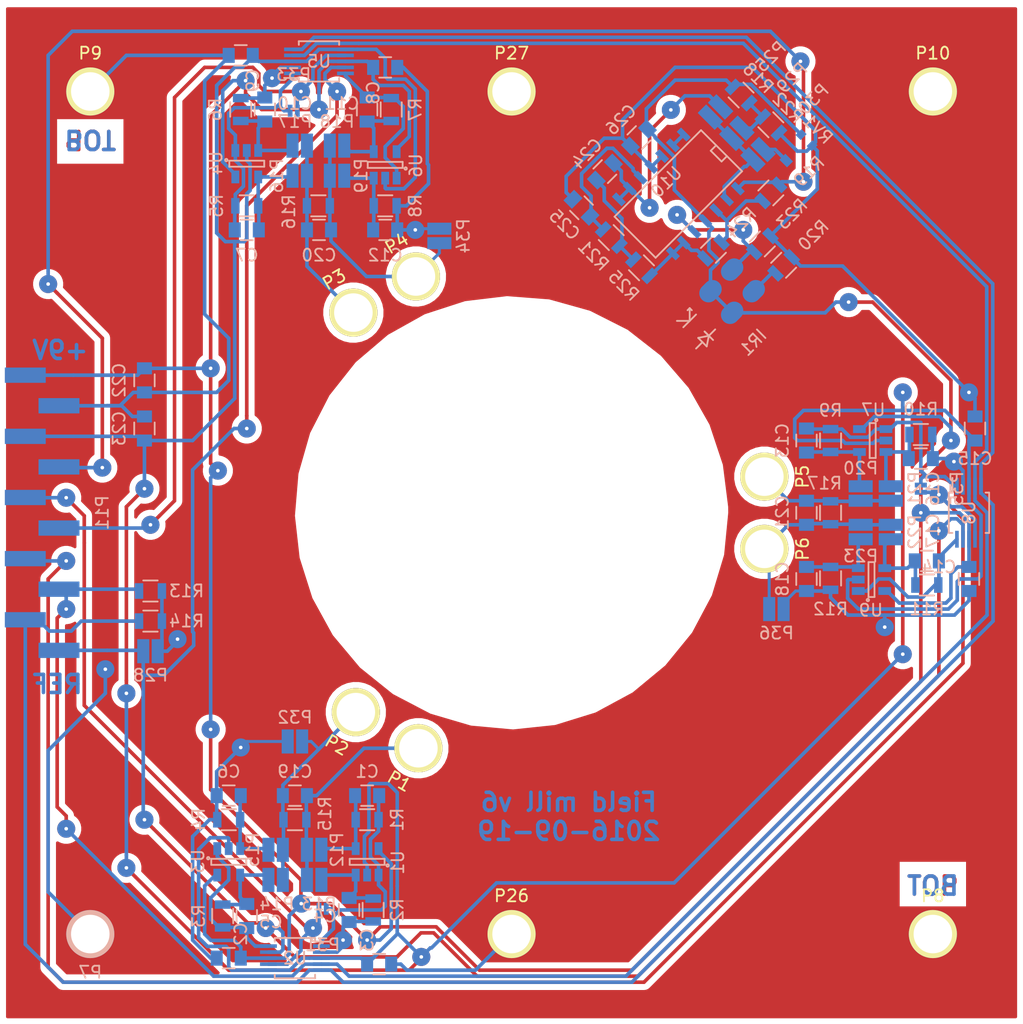
<source format=kicad_pcb>
(kicad_pcb (version 4) (host pcbnew 4.0.2-stable)
  (layers (0 F.Cu signal) (31 B.Cu signal) (34 B.Paste user) (35 F.Paste user) (36 B.SilkS user) (37 F.SilkS user) (38 B.Mask user) (39 F.Mask user) (44 Edge.Cuts user))
  (net 0 "")
  (net 1 GND)
  (net 2 "Net-(C1-Pad1)")
  (net 3 "Net-(C1-Pad2)")
  (net 4 +9V)
  (net 5 -9VA)
  (net 6 "Net-(C4-Pad1)")
  (net 7 "Net-(C5-Pad1)")
  (net 8 "Net-(C5-Pad2)")
  (net 9 "Net-(C6-Pad1)")
  (net 10 "Net-(C7-Pad1)")
  (net 11 "Net-(C7-Pad2)")
  (net 12 "Net-(C10-Pad1)")
  (net 13 "Net-(C11-Pad1)")
  (net 14 "Net-(C11-Pad2)")
  (net 15 "Net-(C12-Pad1)")
  (net 16 "Net-(C13-Pad1)")
  (net 17 "Net-(C13-Pad2)")
  (net 18 "Net-(C16-Pad1)")
  (net 19 "Net-(C17-Pad1)")
  (net 20 "Net-(C17-Pad2)")
  (net 21 "Net-(C18-Pad1)")
  (net 22 /channel1/SENSORP)
  (net 23 /channel1/SENSORN)
  (net 24 /channel2/SENSORP)
  (net 25 /channel2/SENSORN)
  (net 26 /channel3/SENSORP)
  (net 27 /channel3/SENSORN)
  (net 28 A0)
  (net 29 A1)
  (net 30 REF)
  (net 31 /channel1/OUT)
  (net 32 /channel3/OUT)
  (net 33 /channel2/OUT)
  (net 34 "Net-(IR1-PadE)")
  (net 35 "Net-(IR1-PadK)")
  (net 36 /TACH)
  (net 37 "Net-(U10-Pad13)")
  (net 38 "Net-(C24-Pad1)")
  (net 39 "Net-(C24-Pad2)")
  (net 40 "Net-(C25-Pad1)")
  (net 41 "Net-(P25-Pad1)")
  (net 42 "Net-(P29-Pad2)")
  (net 43 "Net-(P30-Pad2)")
  (net 44 "Net-(R19-Pad1)")
  (net 45 "Net-(R24-Pad1)")
  (module SMD_Packages:SOIC-14_N (layer B.Cu) (at 113.762563 73.425514 225)
    (fp_text reference U10 (at 0 1.27 225) (layer B.SilkS) (effects (justify mirror)))
    (fp_text value LM324)
    (pad 1 smd rect (at -3.81 -3.302 225) (size 0.508 1.143) (layers B.Cu B.Paste B.Mask) (net 36 /TACH))
    (pad 2 smd rect (at -2.54 -3.302 225) (size 0.508 1.143) (layers B.Cu B.Paste B.Mask) (net 41 "Net-(P25-Pad1)"))
    (pad 3 smd rect (at -1.27 -3.302 225) (size 0.508 1.143) (layers B.Cu B.Paste B.Mask) (net 44 "Net-(R19-Pad1)"))
    (pad 4 smd rect (at 0 -3.302 225) (size 0.508 1.143) (layers B.Cu B.Paste B.Mask) (net 4 +9V))
    (pad 5 smd rect (at 1.27 -3.302 225) (size 0.508 1.143) (layers B.Cu B.Paste B.Mask) (net 34 "Net-(IR1-PadE)"))
    (pad 6 smd rect (at 2.54 -3.302 225) (size 0.508 1.143) (layers B.Cu B.Paste B.Mask) (net 45 "Net-(R24-Pad1)"))
    (pad 7 smd rect (at 3.81 -3.302 225) (size 0.508 1.143) (layers B.Cu B.Paste B.Mask) (net 45 "Net-(R24-Pad1)"))
    (pad 8 smd rect (at 3.81 3.048 225) (size 0.508 1.143) (layers B.Cu B.Paste B.Mask) (net 38 "Net-(C24-Pad1)"))
    (pad 9 smd rect (at 2.54 3.048 225) (size 0.508 1.143) (layers B.Cu B.Paste B.Mask) (net 38 "Net-(C24-Pad1)"))
    (pad 11 smd rect (at 0 3.048 225) (size 0.508 1.143) (layers B.Cu B.Paste B.Mask) (net 1 GND))
    (pad 12 smd rect (at -1.27 3.048 225) (size 0.508 1.143) (layers B.Cu B.Paste B.Mask) (net 1 GND))
    (pad 13 smd rect (at -2.54 3.048 225) (size 0.508 1.143) (layers B.Cu B.Paste B.Mask) (net 37 "Net-(U10-Pad13)"))
    (pad 14 smd rect (at -3.81 3.048 225) (size 0.508 1.143) (layers B.Cu B.Paste B.Mask) (net 37 "Net-(U10-Pad13)"))
    (pad 10 smd rect (at 1.27 3.048 225) (size 0.508 1.143) (layers B.Cu B.Paste B.Mask) (net 40 "Net-(C25-Pad1)"))
  )
  (module Housings_SSOP:MSOP-10_3x3mm_Pitch0.5mm (layer B.Cu) (at 138 100 270)
    (fp_text reference U8 (at 0 0 270) (layer B.SilkS) (effects (justify mirror)))
    (fp_text value AD8253)
    (pad 1 smd rect (at -2.2 1 270) (size 1.4 0.3) (layers B.Cu B.Paste B.Mask) (net 16 "Net-(C13-Pad1)"))
    (pad 2 smd rect (at -2.2 0.5 270) (size 1.4 0.3) (layers B.Cu B.Paste B.Mask) (net 1 GND))
    (pad 3 smd rect (at -2.2 0 270) (size 1.4 0.3) (layers B.Cu B.Paste B.Mask) (net 5 -9VA))
    (pad 4 smd rect (at -2.2 -0.5 270) (size 1.4 0.3) (layers B.Cu B.Paste B.Mask) (net 28 A0))
    (pad 5 smd rect (at -2.2 -1 270) (size 1.4 0.3) (layers B.Cu B.Paste B.Mask) (net 29 A1))
    (pad 6 smd rect (at 2.2 -1 270) (size 1.4 0.3) (layers B.Cu B.Paste B.Mask) (net 5 -9VA))
    (pad 7 smd rect (at 2.2 -0.5 270) (size 1.4 0.3) (layers B.Cu B.Paste B.Mask) (net 32 /channel3/OUT))
    (pad 8 smd rect (at 2.2 0 270) (size 1.4 0.3) (layers B.Cu B.Paste B.Mask) (net 4 +9V))
    (pad 9 smd rect (at 2.2 0.5 270) (size 1.4 0.3) (layers B.Cu B.Paste B.Mask) (net 30 REF))
    (pad 10 smd rect (at 2.2 1 270) (size 1.4 0.3) (layers B.Cu B.Paste B.Mask) (net 19 "Net-(C17-Pad1)"))
  )
  (module Resistors_SMD:R_0805 (layer B.Cu) (at 70 109)
    (fp_text reference R14 (at 3 0) (layer B.SilkS) (effects (justify mirror)))
    (fp_text value 10k)
    (pad 1 smd rect (at -0.95 0) (size 0.7 1.3) (layers B.Cu B.Paste B.Mask) (net 29 A1))
    (pad 2 smd rect (at 0.95 0) (size 0.7 1.3) (layers B.Cu B.Paste B.Mask) (net 1 GND))
  )
  (module Resistors_SMD:R_0805 (layer B.Cu) (at 121.540738 73.425514 45)
    (fp_text reference R19 (at 3.5 1 45) (layer B.SilkS) (effects (justify mirror)))
    (fp_text value 1M)
    (pad 1 smd rect (at -0.95 0 45) (size 0.7 1.3) (layers B.Cu B.Paste B.Mask) (net 44 "Net-(R19-Pad1)"))
    (pad 2 smd rect (at 0.95 0 45) (size 0.7 1.3) (layers B.Cu B.Paste B.Mask) (net 36 /TACH))
  )
  (module Capacitors_SMD:C_0805 (layer B.Cu) (at 124.5 105.5 270)
    (fp_text reference C18 (at 0 2 270) (layer B.SilkS) (effects (justify mirror)))
    (fp_text value 15p)
    (pad 1 smd rect (at -1 0 270) (size 1 1.25) (layers B.Cu B.Paste B.Mask) (net 21 "Net-(C18-Pad1)"))
    (pad 2 smd rect (at 1 0 270) (size 1 1.25) (layers B.Cu B.Paste B.Mask) (net 1 GND))
  )
  (module SCUBE:M3_PTH (layer B.Cu) (at 65 135)
    (fp_text reference P7 (at 0 3.175) (layer B.SilkS) (effects (justify mirror)))
    (fp_text value M3)
    (pad 1 thru_hole circle (at 0 0) (size 4 4) (drill 3.2) (layers *.Cu *.Mask B.SilkS) (net 1 GND))
  )
  (module SCUBE:M3_PTH (layer F.Cu) (at 135 135)
    (fp_text reference P8 (at 0 -3.175) (layer F.SilkS))
    (fp_text value M3)
    (pad 1 thru_hole circle (at 0 0) (size 4 4) (drill 3.2) (layers *.Cu *.Mask F.SilkS) (net 1 GND))
  )
  (module SCUBE:M3_PTH (layer F.Cu) (at 65 65)
    (fp_text reference P9 (at 0 -3.175) (layer F.SilkS))
    (fp_text value M3)
    (pad 1 thru_hole circle (at 0 0) (size 4 4) (drill 3.2) (layers *.Cu *.Mask F.SilkS) (net 1 GND))
  )
  (module SCUBE:M3_PTH (layer F.Cu) (at 135 65)
    (fp_text reference P10 (at 0 -3.175) (layer F.SilkS))
    (fp_text value M3)
    (pad 1 thru_hole circle (at 0 0) (size 4 4) (drill 3.2) (layers *.Cu *.Mask F.SilkS) (net 1 GND))
  )
  (module Capacitors_SMD:C_0805 (layer B.Cu) (at 88 123.5 180)
    (fp_text reference C1 (at 0 2 180) (layer B.SilkS) (effects (justify mirror)))
    (fp_text value 150p)
    (pad 1 smd rect (at -1 0 180) (size 1 1.25) (layers B.Cu B.Paste B.Mask) (net 2 "Net-(C1-Pad1)"))
    (pad 2 smd rect (at 1 0 180) (size 1 1.25) (layers B.Cu B.Paste B.Mask) (net 3 "Net-(C1-Pad2)"))
  )
  (module Capacitors_SMD:C_0805 (layer B.Cu) (at 76.5 137 180)
    (fp_text reference C2 (at -1 2 270) (layer B.SilkS) (effects (justify mirror)))
    (fp_text value 100n)
    (pad 1 smd rect (at -1 0 180) (size 1 1.25) (layers B.Cu B.Paste B.Mask) (net 4 +9V))
    (pad 2 smd rect (at 1 0 180) (size 1 1.25) (layers B.Cu B.Paste B.Mask) (net 1 GND))
  )
  (module Capacitors_SMD:C_0805 (layer B.Cu) (at 89 137.5 180)
    (fp_text reference C3 (at 1 2 270) (layer B.SilkS) (effects (justify mirror)))
    (fp_text value 100n)
    (pad 1 smd rect (at -1 0 180) (size 1 1.25) (layers B.Cu B.Paste B.Mask) (net 1 GND))
    (pad 2 smd rect (at 1 0 180) (size 1 1.25) (layers B.Cu B.Paste B.Mask) (net 5 -9VA))
  )
  (module Capacitors_SMD:C_0805 (layer B.Cu) (at 86.5 133 270)
    (fp_text reference C4 (at 0.5 2 360) (layer B.SilkS) (effects (justify mirror)))
    (fp_text value 15p)
    (pad 1 smd rect (at -1 0 270) (size 1 1.25) (layers B.Cu B.Paste B.Mask) (net 6 "Net-(C4-Pad1)"))
    (pad 2 smd rect (at 1 0 270) (size 1 1.25) (layers B.Cu B.Paste B.Mask) (net 1 GND))
  )
  (module Capacitors_SMD:C_0805 (layer B.Cu) (at 78 133.5 90)
    (fp_text reference C5 (at -0.5 2 180) (layer B.SilkS) (effects (justify mirror)))
    (fp_text value 150p)
    (pad 1 smd rect (at -1 0 90) (size 1 1.25) (layers B.Cu B.Paste B.Mask) (net 7 "Net-(C5-Pad1)"))
    (pad 2 smd rect (at 1 0 90) (size 1 1.25) (layers B.Cu B.Paste B.Mask) (net 8 "Net-(C5-Pad2)"))
  )
  (module Capacitors_SMD:C_0805 (layer B.Cu) (at 76.5 123.5 180)
    (fp_text reference C6 (at 0 2 180) (layer B.SilkS) (effects (justify mirror)))
    (fp_text value 15p)
    (pad 1 smd rect (at -1 0 180) (size 1 1.25) (layers B.Cu B.Paste B.Mask) (net 9 "Net-(C6-Pad1)"))
    (pad 2 smd rect (at 1 0 180) (size 1 1.25) (layers B.Cu B.Paste B.Mask) (net 1 GND))
  )
  (module Capacitors_SMD:C_0805 (layer B.Cu) (at 78 76.5)
    (fp_text reference C7 (at 0 2.1) (layer B.SilkS) (effects (justify mirror)))
    (fp_text value 150p)
    (pad 1 smd rect (at -1 0) (size 1 1.25) (layers B.Cu B.Paste B.Mask) (net 10 "Net-(C7-Pad1)"))
    (pad 2 smd rect (at 1 0) (size 1 1.25) (layers B.Cu B.Paste B.Mask) (net 11 "Net-(C7-Pad2)"))
  )
  (module Capacitors_SMD:C_0805 (layer B.Cu) (at 89.5 63)
    (fp_text reference C8 (at -1 2.1 90) (layer B.SilkS) (effects (justify mirror)))
    (fp_text value 100n)
    (pad 1 smd rect (at -1 0) (size 1 1.25) (layers B.Cu B.Paste B.Mask) (net 4 +9V))
    (pad 2 smd rect (at 1 0) (size 1 1.25) (layers B.Cu B.Paste B.Mask) (net 1 GND))
  )
  (module Capacitors_SMD:C_0805 (layer B.Cu) (at 77.5 62)
    (fp_text reference C9 (at 1 2.1 90) (layer B.SilkS) (effects (justify mirror)))
    (fp_text value 100n)
    (pad 1 smd rect (at -1 0) (size 1 1.25) (layers B.Cu B.Paste B.Mask) (net 1 GND))
    (pad 2 smd rect (at 1 0) (size 1 1.25) (layers B.Cu B.Paste B.Mask) (net 5 -9VA))
  )
  (module Capacitors_SMD:C_0805 (layer B.Cu) (at 79.5 66.5 90)
    (fp_text reference C10 (at 0.5 2.5 180) (layer B.SilkS) (effects (justify mirror)))
    (fp_text value 15p)
    (pad 1 smd rect (at -1 0 90) (size 1 1.25) (layers B.Cu B.Paste B.Mask) (net 12 "Net-(C10-Pad1)"))
    (pad 2 smd rect (at 1 0 90) (size 1 1.25) (layers B.Cu B.Paste B.Mask) (net 1 GND))
  )
  (module Capacitors_SMD:C_0805 (layer B.Cu) (at 88 66.5 270)
    (fp_text reference C11 (at -0.5 2.1 360) (layer B.SilkS) (effects (justify mirror)))
    (fp_text value 150p)
    (pad 1 smd rect (at -1 0 270) (size 1 1.25) (layers B.Cu B.Paste B.Mask) (net 13 "Net-(C11-Pad1)"))
    (pad 2 smd rect (at 1 0 270) (size 1 1.25) (layers B.Cu B.Paste B.Mask) (net 14 "Net-(C11-Pad2)"))
  )
  (module Capacitors_SMD:C_0805 (layer B.Cu) (at 89.5 76.5)
    (fp_text reference C12 (at 0 2.1) (layer B.SilkS) (effects (justify mirror)))
    (fp_text value 15p)
    (pad 1 smd rect (at -1 0) (size 1 1.25) (layers B.Cu B.Paste B.Mask) (net 15 "Net-(C12-Pad1)"))
    (pad 2 smd rect (at 1 0) (size 1 1.25) (layers B.Cu B.Paste B.Mask) (net 1 GND))
  )
  (module Capacitors_SMD:C_0805 (layer B.Cu) (at 124.5 94 270)
    (fp_text reference C13 (at 0 2 270) (layer B.SilkS) (effects (justify mirror)))
    (fp_text value 150p)
    (pad 1 smd rect (at -1 0 270) (size 1 1.25) (layers B.Cu B.Paste B.Mask) (net 16 "Net-(C13-Pad1)"))
    (pad 2 smd rect (at 1 0 270) (size 1 1.25) (layers B.Cu B.Paste B.Mask) (net 17 "Net-(C13-Pad2)"))
  )
  (module Capacitors_SMD:C_0805 (layer B.Cu) (at 138 105.5 270)
    (fp_text reference C14 (at -1 2.5 360) (layer B.SilkS) (effects (justify mirror)))
    (fp_text value 100n)
    (pad 1 smd rect (at -1 0 270) (size 1 1.25) (layers B.Cu B.Paste B.Mask) (net 4 +9V))
    (pad 2 smd rect (at 1 0 270) (size 1 1.25) (layers B.Cu B.Paste B.Mask) (net 1 GND))
  )
  (module Capacitors_SMD:C_0805 (layer B.Cu) (at 138.5 93 270)
    (fp_text reference C15 (at 2.5 0 360) (layer B.SilkS) (effects (justify mirror)))
    (fp_text value 100n)
    (pad 1 smd rect (at -1 0 270) (size 1 1.25) (layers B.Cu B.Paste B.Mask) (net 1 GND))
    (pad 2 smd rect (at 1 0 270) (size 1 1.25) (layers B.Cu B.Paste B.Mask) (net 5 -9VA))
  )
  (module Capacitors_SMD:C_0805 (layer B.Cu) (at 134 95.5)
    (fp_text reference C16 (at 1 2.5 90) (layer B.SilkS) (effects (justify mirror)))
    (fp_text value 15p)
    (pad 1 smd rect (at -1 0) (size 1 1.25) (layers B.Cu B.Paste B.Mask) (net 18 "Net-(C16-Pad1)"))
    (pad 2 smd rect (at 1 0) (size 1 1.25) (layers B.Cu B.Paste B.Mask) (net 1 GND))
  )
  (module Capacitors_SMD:C_0805 (layer B.Cu) (at 134.5 104 180)
    (fp_text reference C17 (at -0.5 2.5 270) (layer B.SilkS) (effects (justify mirror)))
    (fp_text value 150p)
    (pad 1 smd rect (at -1 0 180) (size 1 1.25) (layers B.Cu B.Paste B.Mask) (net 19 "Net-(C17-Pad1)"))
    (pad 2 smd rect (at 1 0 180) (size 1 1.25) (layers B.Cu B.Paste B.Mask) (net 20 "Net-(C17-Pad2)"))
  )
  (module SCUBE:M3_PTH (layer F.Cu) (at 92.25833 119.562178 150)
    (fp_text reference P1 (at 0 -3.175 150) (layer F.SilkS))
    (fp_text value SENSOR)
    (pad 1 thru_hole circle (at 0 0 150) (size 4 4) (drill 3.2) (layers *.Cu *.Mask F.SilkS) (net 22 /channel1/SENSORP))
  )
  (module SCUBE:M3_PTH (layer F.Cu) (at 87.062178 116.562178 150)
    (fp_text reference P2 (at 0 -3.175 150) (layer F.SilkS))
    (fp_text value SENSOR)
    (pad 1 thru_hole circle (at 0 0 150) (size 4 4) (drill 3.2) (layers *.Cu *.Mask F.SilkS) (net 23 /channel1/SENSORN))
  )
  (module SCUBE:M3_PTH (layer F.Cu) (at 86.857695 83.370835 30)
    (fp_text reference P3 (at 0 -3.175 30) (layer F.SilkS))
    (fp_text value SENSOR)
    (pad 1 thru_hole circle (at 0 0 30) (size 4 4) (drill 3.2) (layers *.Cu *.Mask F.SilkS) (net 24 /channel2/SENSORP))
  )
  (module SCUBE:M3_PTH (layer F.Cu) (at 92.053848 80.370835 30)
    (fp_text reference P4 (at 0 -3.175 30) (layer F.SilkS))
    (fp_text value SENSOR)
    (pad 1 thru_hole circle (at 0 0 30) (size 4 4) (drill 3.2) (layers *.Cu *.Mask F.SilkS) (net 25 /channel2/SENSORN))
  )
  (module SCUBE:M3_PTH (layer F.Cu) (at 121 97 270)
    (fp_text reference P5 (at 0 -3.175 270) (layer F.SilkS))
    (fp_text value SENSOR)
    (pad 1 thru_hole circle (at 0 0 270) (size 4 4) (drill 3.2) (layers *.Cu *.Mask F.SilkS) (net 26 /channel3/SENSORP))
  )
  (module SCUBE:M3_PTH (layer F.Cu) (at 121 103 270)
    (fp_text reference P6 (at 0 -3.175 270) (layer F.SilkS))
    (fp_text value SENSOR)
    (pad 1 thru_hole circle (at 0 0 270) (size 4 4) (drill 3.2) (layers *.Cu *.Mask F.SilkS) (net 27 /channel3/SENSORN))
  )
  (module Resistors_SMD:R_0805 (layer B.Cu) (at 88 125.5 180)
    (fp_text reference R1 (at -2.5 0 270) (layer B.SilkS) (effects (justify mirror)))
    (fp_text value 1M)
    (pad 1 smd rect (at -0.95 0 180) (size 0.7 1.3) (layers B.Cu B.Paste B.Mask) (net 2 "Net-(C1-Pad1)"))
    (pad 2 smd rect (at 0.95 0 180) (size 0.7 1.3) (layers B.Cu B.Paste B.Mask) (net 3 "Net-(C1-Pad2)"))
  )
  (module Resistors_SMD:R_0805 (layer B.Cu) (at 88.5 133 90)
    (fp_text reference R2 (at 0 2 90) (layer B.SilkS) (effects (justify mirror)))
    (fp_text value 1M)
    (pad 1 smd rect (at -0.95 0 90) (size 0.7 1.3) (layers B.Cu B.Paste B.Mask) (net 1 GND))
    (pad 2 smd rect (at 0.95 0 90) (size 0.7 1.3) (layers B.Cu B.Paste B.Mask) (net 6 "Net-(C4-Pad1)"))
  )
  (module Resistors_SMD:R_0805 (layer B.Cu) (at 76 133.5 90)
    (fp_text reference R3 (at 0 -2 90) (layer B.SilkS) (effects (justify mirror)))
    (fp_text value 1M)
    (pad 1 smd rect (at -0.95 0 90) (size 0.7 1.3) (layers B.Cu B.Paste B.Mask) (net 7 "Net-(C5-Pad1)"))
    (pad 2 smd rect (at 0.95 0 90) (size 0.7 1.3) (layers B.Cu B.Paste B.Mask) (net 8 "Net-(C5-Pad2)"))
  )
  (module Resistors_SMD:R_0805 (layer B.Cu) (at 76.5 125.5)
    (fp_text reference R4 (at -2.5 0 90) (layer B.SilkS) (effects (justify mirror)))
    (fp_text value 1M)
    (pad 1 smd rect (at -0.95 0) (size 0.7 1.3) (layers B.Cu B.Paste B.Mask) (net 1 GND))
    (pad 2 smd rect (at 0.95 0) (size 0.7 1.3) (layers B.Cu B.Paste B.Mask) (net 9 "Net-(C6-Pad1)"))
  )
  (module Resistors_SMD:R_0805 (layer B.Cu) (at 78 74.5)
    (fp_text reference R5 (at -2.5 0 90) (layer B.SilkS) (effects (justify mirror)))
    (fp_text value 1M)
    (pad 1 smd rect (at -0.95 0) (size 0.7 1.3) (layers B.Cu B.Paste B.Mask) (net 10 "Net-(C7-Pad1)"))
    (pad 2 smd rect (at 0.95 0) (size 0.7 1.3) (layers B.Cu B.Paste B.Mask) (net 11 "Net-(C7-Pad2)"))
  )
  (module Resistors_SMD:R_0805 (layer B.Cu) (at 77.5 66.5 270)
    (fp_text reference R6 (at 0 2.1 270) (layer B.SilkS) (effects (justify mirror)))
    (fp_text value 1M)
    (pad 1 smd rect (at -0.95 0 270) (size 0.7 1.3) (layers B.Cu B.Paste B.Mask) (net 1 GND))
    (pad 2 smd rect (at 0.95 0 270) (size 0.7 1.3) (layers B.Cu B.Paste B.Mask) (net 12 "Net-(C10-Pad1)"))
  )
  (module Resistors_SMD:R_0805 (layer B.Cu) (at 90 66.5 270)
    (fp_text reference R7 (at 0 -2 270) (layer B.SilkS) (effects (justify mirror)))
    (fp_text value 1M)
    (pad 1 smd rect (at -0.95 0 270) (size 0.7 1.3) (layers B.Cu B.Paste B.Mask) (net 13 "Net-(C11-Pad1)"))
    (pad 2 smd rect (at 0.95 0 270) (size 0.7 1.3) (layers B.Cu B.Paste B.Mask) (net 14 "Net-(C11-Pad2)"))
  )
  (module Resistors_SMD:R_0805 (layer B.Cu) (at 89.5 74.5 180)
    (fp_text reference R8 (at -2.5 0 270) (layer B.SilkS) (effects (justify mirror)))
    (fp_text value 1M)
    (pad 1 smd rect (at -0.95 0 180) (size 0.7 1.3) (layers B.Cu B.Paste B.Mask) (net 1 GND))
    (pad 2 smd rect (at 0.95 0 180) (size 0.7 1.3) (layers B.Cu B.Paste B.Mask) (net 15 "Net-(C12-Pad1)"))
  )
  (module Resistors_SMD:R_0805 (layer B.Cu) (at 126.5 94 270)
    (fp_text reference R9 (at -2.5 0 360) (layer B.SilkS) (effects (justify mirror)))
    (fp_text value 1M)
    (pad 1 smd rect (at -0.95 0 270) (size 0.7 1.3) (layers B.Cu B.Paste B.Mask) (net 16 "Net-(C13-Pad1)"))
    (pad 2 smd rect (at 0.95 0 270) (size 0.7 1.3) (layers B.Cu B.Paste B.Mask) (net 17 "Net-(C13-Pad2)"))
  )
  (module Resistors_SMD:R_0805 (layer B.Cu) (at 134 93.5 180)
    (fp_text reference R10 (at 0 2.1 180) (layer B.SilkS) (effects (justify mirror)))
    (fp_text value 1M)
    (pad 1 smd rect (at -0.95 0 180) (size 0.7 1.3) (layers B.Cu B.Paste B.Mask) (net 1 GND))
    (pad 2 smd rect (at 0.95 0 180) (size 0.7 1.3) (layers B.Cu B.Paste B.Mask) (net 18 "Net-(C16-Pad1)"))
  )
  (module Resistors_SMD:R_0805 (layer B.Cu) (at 134.5 106 180)
    (fp_text reference R11 (at 0 -2 180) (layer B.SilkS) (effects (justify mirror)))
    (fp_text value 1M)
    (pad 1 smd rect (at -0.95 0 180) (size 0.7 1.3) (layers B.Cu B.Paste B.Mask) (net 19 "Net-(C17-Pad1)"))
    (pad 2 smd rect (at 0.95 0 180) (size 0.7 1.3) (layers B.Cu B.Paste B.Mask) (net 20 "Net-(C17-Pad2)"))
  )
  (module Resistors_SMD:R_0805 (layer B.Cu) (at 126.5 105.45 90)
    (fp_text reference R12 (at -2.55 0 180) (layer B.SilkS) (effects (justify mirror)))
    (fp_text value 1M)
    (pad 1 smd rect (at -0.95 0 90) (size 0.7 1.3) (layers B.Cu B.Paste B.Mask) (net 1 GND))
    (pad 2 smd rect (at 0.95 0 90) (size 0.7 1.3) (layers B.Cu B.Paste B.Mask) (net 21 "Net-(C18-Pad1)"))
  )
  (module TO_SOT_Packages_SMD:SOT-23-5 (layer B.Cu) (at 88 129 90)
    (fp_text reference U1 (at -0.05 2.55 90) (layer B.SilkS) (effects (justify mirror)))
    (fp_text value LM6211MF)
    (pad 1 smd rect (at -1.1 0.95 90) (size 1.06 0.65) (layers B.Cu B.Paste B.Mask) (net 2 "Net-(C1-Pad1)"))
    (pad 2 smd rect (at -1.1 0 90) (size 1.06 0.65) (layers B.Cu B.Paste B.Mask) (net 5 -9VA))
    (pad 3 smd rect (at -1.1 -0.95 90) (size 1.06 0.65) (layers B.Cu B.Paste B.Mask) (net 6 "Net-(C4-Pad1)"))
    (pad 4 smd rect (at 1.1 -0.95 90) (size 1.06 0.65) (layers B.Cu B.Paste B.Mask) (net 3 "Net-(C1-Pad2)"))
    (pad 5 smd rect (at 1.1 0.95 90) (size 1.06 0.65) (layers B.Cu B.Paste B.Mask) (net 4 +9V))
  )
  (module Housings_SSOP:MSOP-10_3x3mm_Pitch0.5mm (layer B.Cu) (at 82 137 180)
    (fp_text reference U2 (at 0 0 180) (layer B.SilkS) (effects (justify mirror)))
    (fp_text value AD8253)
    (pad 1 smd rect (at -2.2 1 180) (size 1.4 0.3) (layers B.Cu B.Paste B.Mask) (net 2 "Net-(C1-Pad1)"))
    (pad 2 smd rect (at -2.2 0.5 180) (size 1.4 0.3) (layers B.Cu B.Paste B.Mask) (net 1 GND))
    (pad 3 smd rect (at -2.2 0 180) (size 1.4 0.3) (layers B.Cu B.Paste B.Mask) (net 5 -9VA))
    (pad 4 smd rect (at -2.2 -0.5 180) (size 1.4 0.3) (layers B.Cu B.Paste B.Mask) (net 28 A0))
    (pad 5 smd rect (at -2.2 -1 180) (size 1.4 0.3) (layers B.Cu B.Paste B.Mask) (net 29 A1))
    (pad 6 smd rect (at 2.2 -1 180) (size 1.4 0.3) (layers B.Cu B.Paste B.Mask) (net 5 -9VA))
    (pad 7 smd rect (at 2.2 -0.5 180) (size 1.4 0.3) (layers B.Cu B.Paste B.Mask) (net 31 /channel1/OUT))
    (pad 8 smd rect (at 2.2 0 180) (size 1.4 0.3) (layers B.Cu B.Paste B.Mask) (net 4 +9V))
    (pad 9 smd rect (at 2.2 0.5 180) (size 1.4 0.3) (layers B.Cu B.Paste B.Mask) (net 30 REF))
    (pad 10 smd rect (at 2.2 1 180) (size 1.4 0.3) (layers B.Cu B.Paste B.Mask) (net 7 "Net-(C5-Pad1)"))
  )
  (module TO_SOT_Packages_SMD:SOT-23-5 (layer B.Cu) (at 76.5 129 270)
    (fp_text reference U3 (at -0.05 2.55 270) (layer B.SilkS) (effects (justify mirror)))
    (fp_text value LM6211MF)
    (pad 1 smd rect (at -1.1 0.95 270) (size 1.06 0.65) (layers B.Cu B.Paste B.Mask) (net 7 "Net-(C5-Pad1)"))
    (pad 2 smd rect (at -1.1 0 270) (size 1.06 0.65) (layers B.Cu B.Paste B.Mask) (net 5 -9VA))
    (pad 3 smd rect (at -1.1 -0.95 270) (size 1.06 0.65) (layers B.Cu B.Paste B.Mask) (net 9 "Net-(C6-Pad1)"))
    (pad 4 smd rect (at 1.1 -0.95 270) (size 1.06 0.65) (layers B.Cu B.Paste B.Mask) (net 8 "Net-(C5-Pad2)"))
    (pad 5 smd rect (at 1.1 0.95 270) (size 1.06 0.65) (layers B.Cu B.Paste B.Mask) (net 4 +9V))
  )
  (module TO_SOT_Packages_SMD:SOT-23-5 (layer B.Cu) (at 78 71 270)
    (fp_text reference U4 (at -0.05 2.55 270) (layer B.SilkS) (effects (justify mirror)))
    (fp_text value LM6211MF)
    (pad 1 smd rect (at -1.1 0.95 270) (size 1.06 0.65) (layers B.Cu B.Paste B.Mask) (net 10 "Net-(C7-Pad1)"))
    (pad 2 smd rect (at -1.1 0 270) (size 1.06 0.65) (layers B.Cu B.Paste B.Mask) (net 5 -9VA))
    (pad 3 smd rect (at -1.1 -0.95 270) (size 1.06 0.65) (layers B.Cu B.Paste B.Mask) (net 12 "Net-(C10-Pad1)"))
    (pad 4 smd rect (at 1.1 -0.95 270) (size 1.06 0.65) (layers B.Cu B.Paste B.Mask) (net 11 "Net-(C7-Pad2)"))
    (pad 5 smd rect (at 1.1 0.95 270) (size 1.06 0.65) (layers B.Cu B.Paste B.Mask) (net 4 +9V))
  )
  (module Housings_SSOP:MSOP-10_3x3mm_Pitch0.5mm (layer B.Cu) (at 84 62.5)
    (fp_text reference U5 (at 0 0) (layer B.SilkS) (effects (justify mirror)))
    (fp_text value AD8253)
    (pad 1 smd rect (at -2.2 1) (size 1.4 0.3) (layers B.Cu B.Paste B.Mask) (net 10 "Net-(C7-Pad1)"))
    (pad 2 smd rect (at -2.2 0.5) (size 1.4 0.3) (layers B.Cu B.Paste B.Mask) (net 1 GND))
    (pad 3 smd rect (at -2.2 0) (size 1.4 0.3) (layers B.Cu B.Paste B.Mask) (net 5 -9VA))
    (pad 4 smd rect (at -2.2 -0.5) (size 1.4 0.3) (layers B.Cu B.Paste B.Mask) (net 28 A0))
    (pad 5 smd rect (at -2.2 -1) (size 1.4 0.3) (layers B.Cu B.Paste B.Mask) (net 29 A1))
    (pad 6 smd rect (at 2.2 -1) (size 1.4 0.3) (layers B.Cu B.Paste B.Mask) (net 5 -9VA))
    (pad 7 smd rect (at 2.2 -0.5) (size 1.4 0.3) (layers B.Cu B.Paste B.Mask) (net 33 /channel2/OUT))
    (pad 8 smd rect (at 2.2 0) (size 1.4 0.3) (layers B.Cu B.Paste B.Mask) (net 4 +9V))
    (pad 9 smd rect (at 2.2 0.5) (size 1.4 0.3) (layers B.Cu B.Paste B.Mask) (net 30 REF))
    (pad 10 smd rect (at 2.2 1) (size 1.4 0.3) (layers B.Cu B.Paste B.Mask) (net 13 "Net-(C11-Pad1)"))
  )
  (module TO_SOT_Packages_SMD:SOT-23-5 (layer B.Cu) (at 89.5 71.1 90)
    (fp_text reference U6 (at -0.05 2.55 90) (layer B.SilkS) (effects (justify mirror)))
    (fp_text value LM6211MF)
    (pad 1 smd rect (at -1.1 0.95 90) (size 1.06 0.65) (layers B.Cu B.Paste B.Mask) (net 13 "Net-(C11-Pad1)"))
    (pad 2 smd rect (at -1.1 0 90) (size 1.06 0.65) (layers B.Cu B.Paste B.Mask) (net 5 -9VA))
    (pad 3 smd rect (at -1.1 -0.95 90) (size 1.06 0.65) (layers B.Cu B.Paste B.Mask) (net 15 "Net-(C12-Pad1)"))
    (pad 4 smd rect (at 1.1 -0.95 90) (size 1.06 0.65) (layers B.Cu B.Paste B.Mask) (net 14 "Net-(C11-Pad2)"))
    (pad 5 smd rect (at 1.1 0.95 90) (size 1.06 0.65) (layers B.Cu B.Paste B.Mask) (net 4 +9V))
  )
  (module TO_SOT_Packages_SMD:SOT-23-5 (layer B.Cu) (at 130 94 180)
    (fp_text reference U7 (at -0.05 2.55 180) (layer B.SilkS) (effects (justify mirror)))
    (fp_text value LM6211MF)
    (pad 1 smd rect (at -1.1 0.95 180) (size 1.06 0.65) (layers B.Cu B.Paste B.Mask) (net 16 "Net-(C13-Pad1)"))
    (pad 2 smd rect (at -1.1 0 180) (size 1.06 0.65) (layers B.Cu B.Paste B.Mask) (net 5 -9VA))
    (pad 3 smd rect (at -1.1 -0.95 180) (size 1.06 0.65) (layers B.Cu B.Paste B.Mask) (net 18 "Net-(C16-Pad1)"))
    (pad 4 smd rect (at 1.1 -0.95 180) (size 1.06 0.65) (layers B.Cu B.Paste B.Mask) (net 17 "Net-(C13-Pad2)"))
    (pad 5 smd rect (at 1.1 0.95 180) (size 1.06 0.65) (layers B.Cu B.Paste B.Mask) (net 4 +9V))
  )
  (module TO_SOT_Packages_SMD:SOT-23-5 (layer B.Cu) (at 129.9 105.55)
    (fp_text reference U9 (at -0.05 2.55) (layer B.SilkS) (effects (justify mirror)))
    (fp_text value LM6211MF)
    (pad 1 smd rect (at -1.1 0.95) (size 1.06 0.65) (layers B.Cu B.Paste B.Mask) (net 19 "Net-(C17-Pad1)"))
    (pad 2 smd rect (at -1.1 0) (size 1.06 0.65) (layers B.Cu B.Paste B.Mask) (net 5 -9VA))
    (pad 3 smd rect (at -1.1 -0.95) (size 1.06 0.65) (layers B.Cu B.Paste B.Mask) (net 21 "Net-(C18-Pad1)"))
    (pad 4 smd rect (at 1.1 -0.95) (size 1.06 0.65) (layers B.Cu B.Paste B.Mask) (net 20 "Net-(C17-Pad2)"))
    (pad 5 smd rect (at 1.1 0.95) (size 1.06 0.65) (layers B.Cu B.Paste B.Mask) (net 4 +9V))
  )
  (module SCUBE:M3_PTH (layer F.Cu) (at 100 135)
    (fp_text reference P26 (at 0 -3.175) (layer F.SilkS))
    (fp_text value M3)
    (pad 1 thru_hole circle (at 0 0) (size 4 4) (drill 3.2) (layers *.Cu *.Mask F.SilkS) (net 1 GND))
  )
  (module SCUBE:M3_PTH (layer F.Cu) (at 100 65)
    (fp_text reference P27 (at 0 -3.175) (layer F.SilkS))
    (fp_text value M3)
    (pad 1 thru_hole circle (at 0 0) (size 4 4) (drill 3.2) (layers *.Cu *.Mask F.SilkS) (net 1 GND))
  )
  (module Resistors_SMD:R_0805 (layer B.Cu) (at 70 106.5)
    (fp_text reference R13 (at 3 0) (layer B.SilkS) (effects (justify mirror)))
    (fp_text value 10k)
    (pad 1 smd rect (at -0.95 0) (size 0.7 1.3) (layers B.Cu B.Paste B.Mask) (net 28 A0))
    (pad 2 smd rect (at 0.95 0) (size 0.7 1.3) (layers B.Cu B.Paste B.Mask) (net 1 GND))
  )
  (module SCUBE:SMD_pinheader_1x10 (layer B.Cu) (at 61 100 270)
    (fp_text reference P11 (at 0 -5 270) (layer B.SilkS) (effects (justify mirror)))
    (fp_text value CONN_01X10)
    (pad 1 smd rect (at -11.43 1.4 270) (size 1.27 3.4) (layers B.Cu B.Paste B.Mask) (net 4 +9V))
    (pad 2 smd rect (at -8.89 -1.4 270) (size 1.27 3.4) (layers B.Cu B.Paste B.Mask) (net 1 GND))
    (pad 3 smd rect (at -6.35 1.4 270) (size 1.27 3.4) (layers B.Cu B.Paste B.Mask) (net 5 -9VA))
    (pad 5 smd rect (at -1.27 1.4 270) (size 1.27 3.4) (layers B.Cu B.Paste B.Mask) (net 31 /channel1/OUT))
    (pad 7 smd rect (at 3.81 1.4 270) (size 1.27 3.4) (layers B.Cu B.Paste B.Mask) (net 32 /channel3/OUT))
    (pad 9 smd rect (at 8.89 1.4 270) (size 1.27 3.4) (layers B.Cu B.Paste B.Mask) (net 29 A1))
    (pad 4 smd rect (at -3.81 -1.4 270) (size 1.27 3.4) (layers B.Cu B.Paste B.Mask) (net 36 /TACH))
    (pad 6 smd rect (at 1.27 -1.4 270) (size 1.27 3.4) (layers B.Cu B.Paste B.Mask) (net 33 /channel2/OUT))
    (pad 8 smd rect (at 6.35 -1.4 270) (size 1.27 3.4) (layers B.Cu B.Paste B.Mask) (net 28 A0))
    (pad 10 smd rect (at 11.43 -1.4 270) (size 1.27 3.4) (layers B.Cu B.Paste B.Mask) (net 30 REF))
  )
  (module Capacitors_SMD:C_0805 (layer B.Cu) (at 82 123.5 180)
    (fp_text reference C19 (at 0 2 360) (layer B.SilkS) (effects (justify mirror)))
    (fp_text value 0p)
    (pad 1 smd rect (at -1 0 180) (size 1 1.25) (layers B.Cu B.Paste B.Mask) (net 22 /channel1/SENSORP))
    (pad 2 smd rect (at 1 0 180) (size 1 1.25) (layers B.Cu B.Paste B.Mask) (net 23 /channel1/SENSORN))
  )
  (module Capacitors_SMD:C_0805 (layer B.Cu) (at 84 76.5)
    (fp_text reference C20 (at 0 2.1) (layer B.SilkS) (effects (justify mirror)))
    (fp_text value 0p)
    (pad 1 smd rect (at -1 0) (size 1 1.25) (layers B.Cu B.Paste B.Mask) (net 24 /channel2/SENSORP))
    (pad 2 smd rect (at 1 0) (size 1 1.25) (layers B.Cu B.Paste B.Mask) (net 25 /channel2/SENSORN))
  )
  (module Capacitors_SMD:C_0805 (layer B.Cu) (at 124.5 100 270)
    (fp_text reference C21 (at 0 2 450) (layer B.SilkS) (effects (justify mirror)))
    (fp_text value 0p)
    (pad 1 smd rect (at -1 0 270) (size 1 1.25) (layers B.Cu B.Paste B.Mask) (net 26 /channel3/SENSORP))
    (pad 2 smd rect (at 1 0 270) (size 1 1.25) (layers B.Cu B.Paste B.Mask) (net 27 /channel3/SENSORN))
  )
  (module Capacitors_SMD:C_0805 (layer B.Cu) (at 69.5 89 270)
    (fp_text reference C22 (at 0 2.1 270) (layer B.SilkS) (effects (justify mirror)))
    (fp_text value 10u)
    (pad 1 smd rect (at -1 0 270) (size 1 1.25) (layers B.Cu B.Paste B.Mask) (net 4 +9V))
    (pad 2 smd rect (at 1 0 270) (size 1 1.25) (layers B.Cu B.Paste B.Mask) (net 1 GND))
  )
  (module Capacitors_SMD:C_0805 (layer B.Cu) (at 69.5 93 270)
    (fp_text reference C23 (at 0 2.1 270) (layer B.SilkS) (effects (justify mirror)))
    (fp_text value 10u)
    (pad 1 smd rect (at -1 0 270) (size 1 1.25) (layers B.Cu B.Paste B.Mask) (net 1 GND))
    (pad 2 smd rect (at 1 0 270) (size 1 1.25) (layers B.Cu B.Paste B.Mask) (net 5 -9VA))
  )
  (module Resistors_SMD:R_0805 (layer B.Cu) (at 82 125.5)
    (fp_text reference R15 (at 2.5 -0.5 90) (layer B.SilkS) (effects (justify mirror)))
    (fp_text value 1T)
    (pad 1 smd rect (at -0.95 0) (size 0.7 1.3) (layers B.Cu B.Paste B.Mask) (net 23 /channel1/SENSORN))
    (pad 2 smd rect (at 0.95 0) (size 0.7 1.3) (layers B.Cu B.Paste B.Mask) (net 22 /channel1/SENSORP))
  )
  (module Resistors_SMD:R_0805 (layer B.Cu) (at 83.95 74.5 180)
    (fp_text reference R16 (at 2.45 -0.5 270) (layer B.SilkS) (effects (justify mirror)))
    (fp_text value 1T)
    (pad 1 smd rect (at -0.95 0 180) (size 0.7 1.3) (layers B.Cu B.Paste B.Mask) (net 25 /channel2/SENSORN))
    (pad 2 smd rect (at 0.95 0 180) (size 0.7 1.3) (layers B.Cu B.Paste B.Mask) (net 24 /channel2/SENSORP))
  )
  (module Resistors_SMD:R_0805 (layer B.Cu) (at 126.5 100 90)
    (fp_text reference R17 (at 2.45 -0.5 180) (layer B.SilkS) (effects (justify mirror)))
    (fp_text value 1T)
    (pad 1 smd rect (at -0.95 0 90) (size 0.7 1.3) (layers B.Cu B.Paste B.Mask) (net 27 /channel3/SENSORN))
    (pad 2 smd rect (at 0.95 0 90) (size 0.7 1.3) (layers B.Cu B.Paste B.Mask) (net 26 /channel3/SENSORP))
  )
  (module SCUBE:solder_bridge (layer B.Cu) (at 70 111.5 180)
    (fp_text reference P28 (at 0 -2 180) (layer B.SilkS) (effects (justify mirror)))
    (fp_text value ZEROREF)
    (pad 1 smd rect (at -0.6 0 180) (size 1 2) (layers B.Cu B.Paste B.Mask) (net 1 GND))
    (pad 2 smd rect (at 0.6 0 180) (size 1 2) (layers B.Cu B.Paste B.Mask) (net 30 REF))
  )
  (module SCUBE:solder_bridge (layer B.Cu) (at 129 101.6 270)
    (fp_text reference P23 (at 2 0 360) (layer B.SilkS) (effects (justify mirror)))
    (fp_text value BUFFER)
    (pad 1 smd rect (at -0.6 0 270) (size 1 2) (layers B.Cu B.Paste B.Mask) (net 27 /channel3/SENSORN))
    (pad 2 smd rect (at 0.6 0 270) (size 1 2) (layers B.Cu B.Paste B.Mask) (net 21 "Net-(C18-Pad1)"))
  )
  (module SCUBE:solder_bridge (layer B.Cu) (at 131.5 101.6 90)
    (fp_text reference P22 (at 0 2 90) (layer B.SilkS) (effects (justify mirror)))
    (fp_text value TRANSIMP)
    (pad 1 smd rect (at -0.6 0 90) (size 1 2) (layers B.Cu B.Paste B.Mask) (net 20 "Net-(C17-Pad2)"))
    (pad 2 smd rect (at 0.6 0 90) (size 1 2) (layers B.Cu B.Paste B.Mask) (net 27 /channel3/SENSORN))
  )
  (module SCUBE:solder_bridge (layer B.Cu) (at 131.5 98.4 90)
    (fp_text reference P21 (at 0.4 2 90) (layer B.SilkS) (effects (justify mirror)))
    (fp_text value BUFFER)
    (pad 1 smd rect (at -0.6 0 90) (size 1 2) (layers B.Cu B.Paste B.Mask) (net 26 /channel3/SENSORP))
    (pad 2 smd rect (at 0.6 0 90) (size 1 2) (layers B.Cu B.Paste B.Mask) (net 18 "Net-(C16-Pad1)"))
  )
  (module SCUBE:solder_bridge (layer B.Cu) (at 129 98.4 270)
    (fp_text reference P20 (at -2.1 0 360) (layer B.SilkS) (effects (justify mirror)))
    (fp_text value TRANSIMP)
    (pad 1 smd rect (at -0.6 0 270) (size 1 2) (layers B.Cu B.Paste B.Mask) (net 17 "Net-(C13-Pad2)"))
    (pad 2 smd rect (at 0.6 0 270) (size 1 2) (layers B.Cu B.Paste B.Mask) (net 26 /channel3/SENSORP))
  )
  (module SCUBE:solder_bridge (layer B.Cu) (at 85.5 72)
    (fp_text reference P19 (at 2 0 90) (layer B.SilkS) (effects (justify mirror)))
    (fp_text value BUFFER)
    (pad 1 smd rect (at -0.6 0) (size 1 2) (layers B.Cu B.Paste B.Mask) (net 25 /channel2/SENSORN))
    (pad 2 smd rect (at 0.6 0) (size 1 2) (layers B.Cu B.Paste B.Mask) (net 15 "Net-(C12-Pad1)"))
  )
  (module SCUBE:solder_bridge (layer B.Cu) (at 85.5 69.5 180)
    (fp_text reference P18 (at 0 2 180) (layer B.SilkS) (effects (justify mirror)))
    (fp_text value TRANSIMP)
    (pad 1 smd rect (at -0.6 0 180) (size 1 2) (layers B.Cu B.Paste B.Mask) (net 14 "Net-(C11-Pad2)"))
    (pad 2 smd rect (at 0.6 0 180) (size 1 2) (layers B.Cu B.Paste B.Mask) (net 25 /channel2/SENSORN))
  )
  (module SCUBE:solder_bridge (layer B.Cu) (at 82.4 69.5 180)
    (fp_text reference P17 (at 0.4 2 180) (layer B.SilkS) (effects (justify mirror)))
    (fp_text value BUFFER)
    (pad 1 smd rect (at -0.6 0 180) (size 1 2) (layers B.Cu B.Paste B.Mask) (net 24 /channel2/SENSORP))
    (pad 2 smd rect (at 0.6 0 180) (size 1 2) (layers B.Cu B.Paste B.Mask) (net 12 "Net-(C10-Pad1)"))
  )
  (module SCUBE:solder_bridge (layer B.Cu) (at 82.4 72)
    (fp_text reference P16 (at -1.9 0 90) (layer B.SilkS) (effects (justify mirror)))
    (fp_text value TRANSIMP)
    (pad 1 smd rect (at -0.6 0) (size 1 2) (layers B.Cu B.Paste B.Mask) (net 11 "Net-(C7-Pad2)"))
    (pad 2 smd rect (at 0.6 0) (size 1 2) (layers B.Cu B.Paste B.Mask) (net 24 /channel2/SENSORP))
  )
  (module SCUBE:solder_bridge (layer B.Cu) (at 80.4 128 180)
    (fp_text reference P15 (at 1.9 0 270) (layer B.SilkS) (effects (justify mirror)))
    (fp_text value BUFFER)
    (pad 1 smd rect (at -0.6 0 180) (size 1 2) (layers B.Cu B.Paste B.Mask) (net 23 /channel1/SENSORN))
    (pad 2 smd rect (at 0.6 0 180) (size 1 2) (layers B.Cu B.Paste B.Mask) (net 9 "Net-(C6-Pad1)"))
  )
  (module SCUBE:solder_bridge (layer B.Cu) (at 80.4 130.5)
    (fp_text reference P14 (at 0.1 2 180) (layer B.SilkS) (effects (justify mirror)))
    (fp_text value TRANSIMP)
    (pad 1 smd rect (at -0.6 0) (size 1 2) (layers B.Cu B.Paste B.Mask) (net 8 "Net-(C5-Pad2)"))
    (pad 2 smd rect (at 0.6 0) (size 1 2) (layers B.Cu B.Paste B.Mask) (net 23 /channel1/SENSORN))
  )
  (module SCUBE:solder_bridge (layer B.Cu) (at 83.6 130.5)
    (fp_text reference P13 (at 0.4 2 180) (layer B.SilkS) (effects (justify mirror)))
    (fp_text value BUFFER)
    (pad 1 smd rect (at -0.6 0) (size 1 2) (layers B.Cu B.Paste B.Mask) (net 22 /channel1/SENSORP))
    (pad 2 smd rect (at 0.6 0) (size 1 2) (layers B.Cu B.Paste B.Mask) (net 6 "Net-(C4-Pad1)"))
  )
  (module SCUBE:solder_bridge (layer B.Cu) (at 83.6 128 180)
    (fp_text reference P12 (at -1.9 0 270) (layer B.SilkS) (effects (justify mirror)))
    (fp_text value TRANSIMP)
    (pad 1 smd rect (at -0.6 0 180) (size 1 2) (layers B.Cu B.Paste B.Mask) (net 3 "Net-(C1-Pad2)"))
    (pad 2 smd rect (at 0.6 0 180) (size 1 2) (layers B.Cu B.Paste B.Mask) (net 22 /channel1/SENSORP))
  )
  (module SCUBE:ITR20001-smd (layer B.Cu) (at 117.07217 82.843829 45)
    (fp_text reference IR1 (at 0 4.25 45) (layer B.SilkS) (effects (justify mirror)))
    (fp_text value ITR20001)
    (pad A smd oval (at 0.5 1.27 45) (size 2 1.524) (layers B.Cu B.Paste B.Mask) (net 4 +9V))
    (pad C smd oval (at 0.5 -1.27 45) (size 2 1.524) (layers B.Cu B.Paste B.Mask) (net 4 +9V))
    (pad E smd oval (at 3.04 -1.27 45) (size 2 1.524) (layers B.Cu B.Paste B.Mask) (net 34 "Net-(IR1-PadE)"))
    (pad K smd oval (at 3.04 1.27 45) (size 2 1.524) (layers B.Cu B.Paste B.Mask) (net 35 "Net-(IR1-PadK)"))
  )
  (module Resistors_SMD:R_0805 (layer B.Cu) (at 119.065864 65.293786 315)
    (fp_text reference R18 (at 0 -2 315) (layer B.SilkS) (effects (justify mirror)))
    (fp_text value 220k)
    (pad 1 smd rect (at -0.95 0 315) (size 0.7 1.3) (layers B.Cu B.Paste B.Mask) (net 4 +9V))
    (pad 2 smd rect (at 0.95 0 315) (size 0.7 1.3) (layers B.Cu B.Paste B.Mask) (net 42 "Net-(P29-Pad2)"))
  )
  (module Resistors_SMD:R_0805 (layer B.Cu) (at 122.601398 79.435922 45)
    (fp_text reference R20 (at 3.5 0 45) (layer B.SilkS) (effects (justify mirror)))
    (fp_text value 5k6)
    (pad 1 smd rect (at -0.95 0 45) (size 0.7 1.3) (layers B.Cu B.Paste B.Mask) (net 35 "Net-(IR1-PadK)"))
    (pad 2 smd rect (at 0.95 0 45) (size 0.7 1.3) (layers B.Cu B.Paste B.Mask) (net 1 GND))
  )
  (module Resistors_SMD:R_0805 (layer B.Cu) (at 108.282486 77.137825 315)
    (fp_text reference R21 (at 0 2.1 315) (layer B.SilkS) (effects (justify mirror)))
    (fp_text value 100k)
    (pad 1 smd rect (at -0.95 0 315) (size 0.7 1.3) (layers B.Cu B.Paste B.Mask) (net 40 "Net-(C25-Pad1)"))
    (pad 2 smd rect (at 0.95 0 315) (size 0.7 1.3) (layers B.Cu B.Paste B.Mask) (net 39 "Net-(C24-Pad2)"))
  )
  (module Resistors_SMD:R_0805 (layer B.Cu) (at 121.540738 67.76866 315)
    (fp_text reference R22 (at 0 -2 315) (layer B.SilkS) (effects (justify mirror)))
    (fp_text value 100k)
    (pad 1 smd rect (at -0.95 0 315) (size 0.7 1.3) (layers B.Cu B.Paste B.Mask) (net 42 "Net-(P29-Pad2)"))
    (pad 2 smd rect (at 0.95 0 315) (size 0.7 1.3) (layers B.Cu B.Paste B.Mask) (net 1 GND))
  )
  (module Resistors_SMD:R_0805 (layer B.Cu) (at 120.833631 77.668155 45)
    (fp_text reference R23 (at 3.5 0 45) (layer B.SilkS) (effects (justify mirror)))
    (fp_text value 100k)
    (pad 1 smd rect (at -0.95 0 45) (size 0.7 1.3) (layers B.Cu B.Paste B.Mask) (net 34 "Net-(IR1-PadE)"))
    (pad 2 smd rect (at 0.95 0 45) (size 0.7 1.3) (layers B.Cu B.Paste B.Mask) (net 1 GND))
  )
  (module Capacitors_SMD:C_0805 (layer B.Cu) (at 107.752155 71.657747 225)
    (fp_text reference C24 (at 0 2.1 225) (layer B.SilkS) (effects (justify mirror)))
    (fp_text value 1u)
    (pad 1 smd rect (at -1 0 225) (size 1 1.25) (layers B.Cu B.Paste B.Mask) (net 38 "Net-(C24-Pad1)"))
    (pad 2 smd rect (at 1 0 225) (size 1 1.25) (layers B.Cu B.Paste B.Mask) (net 39 "Net-(C24-Pad2)"))
  )
  (module Capacitors_SMD:C_0805 (layer B.Cu) (at 105.807612 74.662951 135)
    (fp_text reference C25 (at 0 -2 135) (layer B.SilkS) (effects (justify mirror)))
    (fp_text value 1u)
    (pad 1 smd rect (at -1 0 135) (size 1 1.25) (layers B.Cu B.Paste B.Mask) (net 40 "Net-(C25-Pad1)"))
    (pad 2 smd rect (at 1 0 135) (size 1 1.25) (layers B.Cu B.Paste B.Mask) (net 1 GND))
  )
  (module SCUBE:solder_bridge (layer B.Cu) (at 116.944544 66.708 45)
    (fp_text reference P25 (at 6.5 0 45) (layer B.SilkS) (effects (justify mirror)))
    (fp_text value RC)
    (pad 1 smd rect (at -0.6 0 45) (size 1 2) (layers B.Cu B.Paste B.Mask) (net 41 "Net-(P25-Pad1)"))
    (pad 2 smd rect (at 0.6 0 45) (size 1 2) (layers B.Cu B.Paste B.Mask) (net 38 "Net-(C24-Pad1)"))
  )
  (module SCUBE:solder_bridge (layer B.Cu) (at 118.712311 68.475767 45)
    (fp_text reference P29 (at 6.5 0 45) (layer B.SilkS) (effects (justify mirror)))
    (fp_text value FIXED)
    (pad 1 smd rect (at -0.6 0 45) (size 1 2) (layers B.Cu B.Paste B.Mask) (net 41 "Net-(P25-Pad1)"))
    (pad 2 smd rect (at 0.6 0 45) (size 1 2) (layers B.Cu B.Paste B.Mask) (net 42 "Net-(P29-Pad2)"))
  )
  (module SCUBE:solder_bridge (layer B.Cu) (at 120.480078 70.243534 45)
    (fp_text reference P30 (at 6.5 0 45) (layer B.SilkS) (effects (justify mirror)))
    (fp_text value POT)
    (pad 1 smd rect (at -0.6 0 45) (size 1 2) (layers B.Cu B.Paste B.Mask) (net 41 "Net-(P25-Pad1)"))
    (pad 2 smd rect (at 0.6 0 45) (size 1 2) (layers B.Cu B.Paste B.Mask) (net 43 "Net-(P30-Pad2)"))
  )
  (module SCUBE:solder_bridge (layer B.Cu) (at 82 119 180)
    (fp_text reference P32 (at 0 2 180) (layer B.SilkS) (effects (justify mirror)))
    (fp_text value GND_N)
    (pad 1 smd rect (at -0.6 0 180) (size 1 2) (layers B.Cu B.Paste B.Mask) (net 23 /channel1/SENSORN))
    (pad 2 smd rect (at 0.6 0 180) (size 1 2) (layers B.Cu B.Paste B.Mask) (net 1 GND))
  )
  (module SCUBE:solder_bridge (layer B.Cu) (at 94 77 90)
    (fp_text reference P34 (at 0 2 90) (layer B.SilkS) (effects (justify mirror)))
    (fp_text value GND_N)
    (pad 1 smd rect (at -0.6 0 90) (size 1 2) (layers B.Cu B.Paste B.Mask) (net 25 /channel2/SENSORN))
    (pad 2 smd rect (at 0.6 0 90) (size 1 2) (layers B.Cu B.Paste B.Mask) (net 1 GND))
  )
  (module SCUBE:solder_bridge (layer B.Cu) (at 122 108)
    (fp_text reference P36 (at 0 2) (layer B.SilkS) (effects (justify mirror)))
    (fp_text value GND_N)
    (pad 1 smd rect (at -0.6 0) (size 1 2) (layers B.Cu B.Paste B.Mask) (net 27 /channel3/SENSORN))
    (pad 2 smd rect (at 0.6 0) (size 1 2) (layers B.Cu B.Paste B.Mask) (net 1 GND))
  )
  (module Resistors_SMD:R_0805 (layer B.Cu) (at 116.767767 78.198485 45)
    (fp_text reference R24 (at 3.25 0 45) (layer B.SilkS) (effects (justify mirror)))
    (fp_text value 100k)
    (pad 1 smd rect (at -0.95 0 45) (size 0.7 1.3) (layers B.Cu B.Paste B.Mask) (net 45 "Net-(R24-Pad1)"))
    (pad 2 smd rect (at 0.95 0 45) (size 0.7 1.3) (layers B.Cu B.Paste B.Mask) (net 44 "Net-(R19-Pad1)"))
  )
  (module Resistors_SMD:R_0805 (layer B.Cu) (at 110.792715 79.648054 315)
    (fp_text reference R25 (at 0 2.1 315) (layer B.SilkS) (effects (justify mirror)))
    (fp_text value 100k)
    (pad 1 smd rect (at -0.95 0 315) (size 0.7 1.3) (layers B.Cu B.Paste B.Mask) (net 39 "Net-(C24-Pad2)"))
    (pad 2 smd rect (at 0.95 0 315) (size 0.7 1.3) (layers B.Cu B.Paste B.Mask) (net 45 "Net-(R24-Pad1)"))
  )
  (module SCUBE:PVZ2A (layer B.Cu) (at 123.662058 69.88998 315)
    (fp_text reference RV1 (at 0 -2.5 315) (layer B.SilkS) (effects (justify mirror)))
    (fp_text value 100k)
    (pad 1 smd rect (at -0.65 -1.2 315) (size 0.6 0.7) (layers B.Cu B.Paste B.Mask) (net 4 +9V))
    (pad 3 smd rect (at 0.65 -1.2 315) (size 0.6 0.7) (layers B.Cu B.Paste B.Mask) (net 1 GND))
    (pad 2 smd rect (at 0 1.2 315) (size 0.9 0.7) (layers B.Cu B.Paste B.Mask) (net 43 "Net-(P30-Pad2)"))
  )
  (module Capacitors_SMD:C_0805 (layer B.Cu) (at 110.580583 68.82932 225)
    (fp_text reference C26 (at 0 2.1 225) (layer B.SilkS) (effects (justify mirror)))
    (fp_text value 100n)
    (pad 1 smd rect (at -1 0 225) (size 1 1.25) (layers B.Cu B.Paste B.Mask) (net 4 +9V))
    (pad 2 smd rect (at 1 0 225) (size 1 1.25) (layers B.Cu B.Paste B.Mask) (net 1 GND))
  )
  (module SCUBE:solder_bridge_1mm (layer B.Cu) (at 84.3 132.9 180)
    (fp_text reference P31 (at 0 -3 180) (layer B.SilkS) (effects (justify mirror)))
    (fp_text value NODIFF)
    (pad 1 smd rect (at -0.3 0 180) (size 0.4 1) (layers B.Cu B.Paste B.Mask) (net 2 "Net-(C1-Pad1)"))
    (pad 2 smd rect (at 0.3 0 180) (size 0.4 1) (layers B.Cu B.Paste B.Mask) (net 31 /channel1/OUT))
  )
  (module SCUBE:solder_bridge_1mm (layer B.Cu) (at 81.9 66.6)
    (fp_text reference P33 (at 0 -3) (layer B.SilkS) (effects (justify mirror)))
    (fp_text value NODIFF)
    (pad 1 smd rect (at -0.3 0) (size 0.4 1) (layers B.Cu B.Paste B.Mask) (net 10 "Net-(C7-Pad1)"))
    (pad 2 smd rect (at 0.3 0) (size 0.4 1) (layers B.Cu B.Paste B.Mask) (net 33 /channel2/OUT))
  )
  (module SCUBE:solder_bridge_1mm (layer B.Cu) (at 134 98 270)
    (fp_text reference P35 (at 0 -3 270) (layer B.SilkS) (effects (justify mirror)))
    (fp_text value NODIFF)
    (pad 1 smd rect (at -0.3 0 270) (size 0.4 1) (layers B.Cu B.Paste B.Mask) (net 16 "Net-(C13-Pad1)"))
    (pad 2 smd rect (at 0.3 0 270) (size 0.4 1) (layers B.Cu B.Paste B.Mask) (net 32 /channel3/OUT))
  )
  (gr_text "Field mill v6\n2016-09-19" (at 104.75 125.25) (layer B.Cu) (effects (font (size 1.5 1.5) (thickness 0.3)) (justify mirror)))
  (gr_text REF (at 62.25 114.25) (layer B.Cu) (effects (font (size 1.5 1.5) (thickness 0.3)) (justify mirror)))
  (gr_text +9V (at 62.5 86.5) (layer B.Cu) (effects (font (size 1.5 1.5) (thickness 0.3)) (justify mirror)))
  (gr_text BOT (at 65 69 180) (layer B.Cu) (effects (font (size 1.5 1.5) (thickness 0.3)) (justify mirror)))
  (gr_text TOP (at 65 69 180) (layer F.Cu) (effects (font (size 1.5 1.5) (thickness 0.3))))
  (gr_text BOT (at 135 131) (layer B.Cu) (effects (font (size 1.5 1.5) (thickness 0.3)) (justify mirror)))
  (gr_text TOP (at 135 131) (layer F.Cu) (effects (font (size 1.5 1.5) (thickness 0.3))))
  (gr_circle (center 100 100) (end 117.5 100) (layer Edge.Cuts) (width 0.001))
  (gr_line (start 57.5 142.5) (end 57.5 57.5) (layer Edge.Cuts) (width 0.001))
  (gr_line (start 142.5 142.5) (end 57.5 142.5) (layer Edge.Cuts) (width 0.001))
  (gr_line (start 142.5 57.5) (end 142.5 142.5) (layer Edge.Cuts) (width 0.001))
  (gr_line (start 57.5 57.5) (end 142.5 57.5) (layer Edge.Cuts) (width 0.001))
  (segment (start 65 135) (end 61.5 131.5) (width 0.3) (layer B.Cu) (net 1))
  (segment (start 61.5 131.5) (end 61.5 119.75) (width 0.3) (layer B.Cu) (net 1))
  (segment (start 61.5 119.75) (end 66.25 115) (width 0.3) (layer B.Cu) (net 1))
  (segment (start 66.25 115) (end 66.25 113) (width 0.3) (layer B.Cu) (net 1))
  (via (at 66.25 113) (size 1.5) (drill 0.3) (layers F.Cu B.Cu) (net 1))
  (segment (start 72.249992 110.650008) (end 72.249992 110.5) (width 0.3) (layer B.Cu) (net 1))
  (segment (start 71.4 111.5) (end 72.249992 110.650008) (width 0.3) (layer B.Cu) (net 1))
  (segment (start 70.6 111.5) (end 71.4 111.5) (width 0.3) (layer B.Cu) (net 1))
  (via (at 72.249992 110.5) (size 1.5) (drill 0.3) (layers F.Cu B.Cu) (net 1))
  (segment (start 66.4 91.11) (end 62.4 91.11) (width 0.3) (layer B.Cu) (net 1))
  (segment (start 124.970206 69.501071) (end 125.25 69.221277) (width 0.3) (layer B.Cu) (net 1))
  (segment (start 125.25 69.221277) (end 125.25 68.25) (width 0.3) (layer B.Cu) (net 1))
  (segment (start 125.25 68.25) (end 119.995689 62.995689) (width 0.3) (layer B.Cu) (net 1))
  (segment (start 119.995689 62.995689) (end 113.585786 62.995689) (width 0.3) (layer B.Cu) (net 1))
  (segment (start 113.585786 62.995689) (end 109.219402 67.362073) (width 0.3) (layer B.Cu) (net 1))
  (segment (start 109.219402 67.362073) (end 109.219402 68.882353) (width 0.3) (layer B.Cu) (net 1))
  (segment (start 137.5 97.8) (end 137.499999 96.499999) (width 0.3) (layer B.Cu) (net 1))
  (segment (start 137.499999 96.499999) (end 136.75 95.75) (width 0.3) (layer B.Cu) (net 1))
  (segment (start 136.75 95.75) (end 138 94.5) (width 0.3) (layer F.Cu) (net 1))
  (segment (start 138 94.5) (end 138 90) (width 0.3) (layer F.Cu) (net 1))
  (segment (start 135.999988 95.5) (end 136.5 95.5) (width 0.3) (layer B.Cu) (net 1))
  (segment (start 136.5 95.5) (end 136.75 95.75) (width 0.3) (layer B.Cu) (net 1))
  (via (at 136.75 95.75) (size 1.5) (drill 0.3) (layers F.Cu B.Cu) (net 1))
  (segment (start 127.5 79.5) (end 124.008978 79.5) (width 0.3) (layer B.Cu) (net 1))
  (segment (start 124.008978 79.5) (end 123.273149 78.764171) (width 0.3) (layer B.Cu) (net 1))
  (segment (start 138 90) (end 127.5 79.5) (width 0.3) (layer B.Cu) (net 1))
  (segment (start 124.970206 69.501071) (end 124.510586 69.960691) (width 0.3) (layer B.Cu) (net 1))
  (segment (start 124.510586 69.960691) (end 123.732769 69.960691) (width 0.3) (layer B.Cu) (net 1))
  (segment (start 123.732769 69.960691) (end 122.672109 68.900031) (width 0.3) (layer B.Cu) (net 1))
  (segment (start 122.672109 68.900031) (end 122.212489 68.440411) (width 0.3) (layer B.Cu) (net 1))
  (segment (start 121.505382 76.996403) (end 125.39447 73.107316) (width 0.3) (layer B.Cu) (net 1))
  (segment (start 125.39447 73.107316) (end 125.39447 69.925335) (width 0.3) (layer B.Cu) (net 1))
  (segment (start 125.39447 69.925335) (end 124.970206 69.501071) (width 0.3) (layer B.Cu) (net 1))
  (segment (start 123.273149 78.76417) (end 121.505382 76.996403) (width 0.3) (layer B.Cu) (net 1))
  (segment (start 104.53482 72.046656) (end 107.699122 68.882353) (width 0.3) (layer B.Cu) (net 1))
  (segment (start 107.699122 68.882353) (end 109.219402 68.882353) (width 0.3) (layer B.Cu) (net 1))
  (segment (start 109.219402 68.882353) (end 109.873476 69.536427) (width 0.3) (layer B.Cu) (net 1))
  (segment (start 105.100505 73.955844) (end 104.53482 73.390159) (width 0.3) (layer B.Cu) (net 1))
  (segment (start 104.53482 73.390159) (end 104.53482 72.046656) (width 0.3) (layer B.Cu) (net 1))
  (segment (start 112.505327 70.372227) (end 111.607302 71.270253) (width 0.3) (layer B.Cu) (net 1))
  (segment (start 109.873476 69.536427) (end 111.607302 71.270253) (width 0.3) (layer B.Cu) (net 1))
  (segment (start 94 76.4) (end 92.1 76.4) (width 0.25) (layer B.Cu) (net 1))
  (segment (start 92.1 76.4) (end 92 76.5) (width 0.25) (layer B.Cu) (net 1))
  (segment (start 122.6 108) (end 122.6 107.5) (width 0.25) (layer B.Cu) (net 1))
  (segment (start 122.6 107.5) (end 123.6 106.5) (width 0.25) (layer B.Cu) (net 1))
  (segment (start 123.6 106.5) (end 123.625 106.5) (width 0.25) (layer B.Cu) (net 1))
  (segment (start 123.625 106.5) (end 124.5 106.5) (width 0.25) (layer B.Cu) (net 1))
  (segment (start 81.4 119) (end 78 119) (width 0.25) (layer B.Cu) (net 1))
  (segment (start 78 119) (end 77.5 119.5) (width 0.25) (layer B.Cu) (net 1))
  (segment (start 131 108.500031) (end 134.801333 108.500031) (width 0.3) (layer B.Cu) (net 1))
  (segment (start 127.950031 108.500031) (end 131 108.500031) (width 0.3) (layer B.Cu) (net 1))
  (segment (start 131 108.500031) (end 131 109.5) (width 0.3) (layer B.Cu) (net 1))
  (via (at 131 109.5) (size 1.5) (drill 0.3) (layers F.Cu B.Cu) (net 1))
  (segment (start 138.5 92) (end 138.5 90.5) (width 0.3) (layer B.Cu) (net 1))
  (via (at 138 90) (size 1.5) (drill 0.3) (layers F.Cu B.Cu) (net 1))
  (segment (start 138.5 90.5) (end 138 90) (width 0.3) (layer B.Cu) (net 1))
  (segment (start 90 137.5) (end 90.8 137.5) (width 0.3) (layer B.Cu) (net 1))
  (segment (start 90.8 137.5) (end 91.3 138) (width 0.3) (layer B.Cu) (net 1))
  (segment (start 91.3 138) (end 97 138) (width 0.3) (layer B.Cu) (net 1))
  (segment (start 97 138) (end 98.000001 136.999999) (width 0.3) (layer B.Cu) (net 1))
  (segment (start 98.000001 136.999999) (end 100 135) (width 0.3) (layer B.Cu) (net 1))
  (segment (start 76.5 62) (end 68 62) (width 0.3) (layer B.Cu) (net 1))
  (segment (start 68 62) (end 65 65) (width 0.3) (layer B.Cu) (net 1))
  (segment (start 90.45 74.5) (end 91.263006 74.5) (width 0.3) (layer B.Cu) (net 1))
  (segment (start 93.100002 71.100002) (end 93 71) (width 0.3) (layer B.Cu) (net 1))
  (segment (start 91.263006 74.5) (end 93.100002 72.663004) (width 0.3) (layer B.Cu) (net 1))
  (segment (start 93.100002 72.663004) (end 93.100002 71.100002) (width 0.3) (layer B.Cu) (net 1))
  (segment (start 93 71) (end 93 65) (width 0.3) (layer B.Cu) (net 1))
  (segment (start 93 65) (end 92.500029 64.500029) (width 0.3) (layer B.Cu) (net 1))
  (segment (start 76.5 62.125) (end 76.5 62) (width 0.3) (layer B.Cu) (net 1))
  (segment (start 74.5 64.125) (end 76.5 62.125) (width 0.3) (layer B.Cu) (net 1))
  (segment (start 76.499989 85.499989) (end 74.5 83.5) (width 0.3) (layer B.Cu) (net 1))
  (segment (start 76.499989 89.000011) (end 76.499989 85.499989) (width 0.3) (layer B.Cu) (net 1))
  (segment (start 75.5 90) (end 76.499989 89.000011) (width 0.3) (layer B.Cu) (net 1))
  (segment (start 69.5 90) (end 75.5 90) (width 0.3) (layer B.Cu) (net 1))
  (segment (start 74.5 83.5) (end 74.5 64.125) (width 0.3) (layer B.Cu) (net 1))
  (segment (start 81.8 63) (end 80.8 63) (width 0.3) (layer B.Cu) (net 1))
  (segment (start 80.8 63) (end 80.10001 63.69999) (width 0.3) (layer B.Cu) (net 1))
  (via (at 80.10001 63.890535) (size 1.5) (drill 0.3) (layers F.Cu B.Cu) (net 1))
  (segment (start 79.5 65.5) (end 79.5 64.490545) (width 0.3) (layer B.Cu) (net 1))
  (segment (start 79.5 64.490545) (end 80.10001 63.890535) (width 0.3) (layer B.Cu) (net 1))
  (segment (start 80.10001 63.69999) (end 80.10001 63.890535) (width 0.3) (layer B.Cu) (net 1))
  (segment (start 90.5 76.5) (end 92 76.5) (width 0.3) (layer B.Cu) (net 1))
  (via (at 92 76.5) (size 1.5) (drill 0.3) (layers F.Cu B.Cu) (net 1))
  (segment (start 138 107.3) (end 138 106.5) (width 0.3) (layer B.Cu) (net 1))
  (segment (start 136.800011 108.499989) (end 138 107.3) (width 0.3) (layer B.Cu) (net 1))
  (segment (start 134.801375 108.499989) (end 136.800011 108.499989) (width 0.3) (layer B.Cu) (net 1))
  (segment (start 134.801333 108.500031) (end 134.801375 108.499989) (width 0.3) (layer B.Cu) (net 1))
  (segment (start 126.5 107.05) (end 127.950031 108.500031) (width 0.3) (layer B.Cu) (net 1))
  (segment (start 126.5 106.4) (end 126.5 107.05) (width 0.3) (layer B.Cu) (net 1))
  (segment (start 75.5 123.5) (end 75.5 121.5) (width 0.3) (layer B.Cu) (net 1))
  (segment (start 75.5 121.5) (end 77.5 119.5) (width 0.3) (layer B.Cu) (net 1))
  (via (at 77.5 119.5) (size 1.5) (drill 0.3) (layers F.Cu B.Cu) (net 1))
  (segment (start 84.2 136.5) (end 85.5 136.5) (width 0.3) (layer B.Cu) (net 1))
  (segment (start 85.5 136.5) (end 86 136) (width 0.3) (layer B.Cu) (net 1))
  (segment (start 86 136) (end 86 135.499998) (width 0.3) (layer B.Cu) (net 1))
  (segment (start 86 135.499998) (end 86 134.5) (width 0.3) (layer B.Cu) (net 1))
  (segment (start 86 134.5) (end 86.5 134) (width 0.3) (layer B.Cu) (net 1))
  (via (at 86 135.499998) (size 1.5) (drill 0.3) (layers F.Cu B.Cu) (net 1))
  (segment (start 135 95.5) (end 135.999988 95.5) (width 0.3) (layer B.Cu) (net 1))
  (segment (start 134.95 93.5) (end 134.95 95.45) (width 0.3) (layer B.Cu) (net 1))
  (segment (start 134.95 95.45) (end 135 95.5) (width 0.3) (layer B.Cu) (net 1))
  (segment (start 92.500029 64.500029) (end 91 63) (width 0.3) (layer B.Cu) (net 1))
  (segment (start 91 63) (end 90.5 63) (width 0.3) (layer B.Cu) (net 1))
  (segment (start 92.500029 64.500029) (end 92.5 64.5) (width 0.3) (layer B.Cu) (net 1))
  (segment (start 73.499967 130.585789) (end 73.499967 135.499967) (width 0.3) (layer B.Cu) (net 1))
  (segment (start 74.9 125.5) (end 73.5 126.9) (width 0.3) (layer B.Cu) (net 1))
  (segment (start 73.499967 135.499967) (end 75 137) (width 0.3) (layer B.Cu) (net 1))
  (segment (start 75.55 125.5) (end 74.9 125.5) (width 0.3) (layer B.Cu) (net 1))
  (segment (start 73.5 126.9) (end 73.5 130.585756) (width 0.3) (layer B.Cu) (net 1))
  (segment (start 73.5 130.585756) (end 73.499967 130.585789) (width 0.3) (layer B.Cu) (net 1))
  (segment (start 75 137) (end 75.5 137) (width 0.3) (layer B.Cu) (net 1))
  (segment (start 70.95 109) (end 70.95 111.15) (width 0.3) (layer B.Cu) (net 1))
  (segment (start 70.95 111.15) (end 70.6 111.5) (width 0.3) (layer B.Cu) (net 1))
  (segment (start 70.95 109) (end 70.95 106.5) (width 0.3) (layer B.Cu) (net 1))
  (segment (start 68.575 90) (end 69.5 90) (width 0.3) (layer B.Cu) (net 1))
  (segment (start 67.465 91.11) (end 68.575 90) (width 0.3) (layer B.Cu) (net 1))
  (segment (start 66.4 91.11) (end 67.465 91.11) (width 0.3) (layer B.Cu) (net 1))
  (segment (start 66.4 91.11) (end 67.61 91.11) (width 0.3) (layer B.Cu) (net 1))
  (segment (start 67.61 91.11) (end 68.5 92) (width 0.3) (layer B.Cu) (net 1))
  (segment (start 68.5 92) (end 69.5 92) (width 0.3) (layer B.Cu) (net 1))
  (segment (start 88.5 133.95) (end 86.55 133.95) (width 0.3) (layer B.Cu) (net 1))
  (segment (start 86.55 133.95) (end 86.5 134) (width 0.3) (layer B.Cu) (net 1))
  (segment (start 75.5 123.5) (end 75.5 125.45) (width 0.3) (layer B.Cu) (net 1))
  (segment (start 75.5 125.45) (end 75.55 125.5) (width 0.3) (layer B.Cu) (net 1))
  (segment (start 77.5 65.55) (end 79.45 65.55) (width 0.3) (layer B.Cu) (net 1))
  (segment (start 79.45 65.55) (end 79.5 65.5) (width 0.3) (layer B.Cu) (net 1))
  (segment (start 124.5 106.5) (end 126.4 106.5) (width 0.3) (layer B.Cu) (net 1))
  (segment (start 126.4 106.5) (end 126.5 106.4) (width 0.3) (layer B.Cu) (net 1))
  (segment (start 90.5 76.5) (end 90.5 74.55) (width 0.3) (layer B.Cu) (net 1))
  (segment (start 90.5 74.55) (end 90.45 74.5) (width 0.3) (layer B.Cu) (net 1))
  (segment (start 84.6 132.9) (end 85.1 132.9) (width 0.3) (layer B.Cu) (net 2))
  (segment (start 85.1 132.9) (end 85.2 133) (width 0.3) (layer B.Cu) (net 2))
  (segment (start 85.2 133) (end 85.2 133.544998) (width 0.3) (layer B.Cu) (net 2))
  (segment (start 84.2 135.55) (end 84.2 136) (width 0.3) (layer B.Cu) (net 2))
  (segment (start 85.2 134.55) (end 84.2 135.55) (width 0.3) (layer B.Cu) (net 2))
  (segment (start 89.180002 133) (end 85.744998 133) (width 0.3) (layer B.Cu) (net 2))
  (segment (start 89.500001 132.680001) (end 89.180002 133) (width 0.3) (layer B.Cu) (net 2))
  (segment (start 89.500001 131.480001) (end 89.500001 132.680001) (width 0.3) (layer B.Cu) (net 2))
  (segment (start 88.95 130.1) (end 88.95 130.93) (width 0.3) (layer B.Cu) (net 2))
  (segment (start 88.95 130.93) (end 89.500001 131.480001) (width 0.3) (layer B.Cu) (net 2))
  (segment (start 85.2 133.544998) (end 85.2 134.55) (width 0.3) (layer B.Cu) (net 2))
  (segment (start 85.744998 133) (end 85.2 133.544998) (width 0.3) (layer B.Cu) (net 2))
  (segment (start 88.95 126.45) (end 88.95 125.5) (width 0.3) (layer B.Cu) (net 2))
  (segment (start 88.95 129.27) (end 88.274999 128.594999) (width 0.3) (layer B.Cu) (net 2))
  (segment (start 88.274999 127.125001) (end 88.95 126.45) (width 0.3) (layer B.Cu) (net 2))
  (segment (start 88.95 130.1) (end 88.95 129.27) (width 0.3) (layer B.Cu) (net 2))
  (segment (start 88.274999 128.594999) (end 88.274999 127.125001) (width 0.3) (layer B.Cu) (net 2))
  (segment (start 88.95 125.5) (end 88.95 123.55) (width 0.3) (layer B.Cu) (net 2))
  (segment (start 88.95 123.55) (end 89 123.5) (width 0.3) (layer B.Cu) (net 2))
  (segment (start 87.05 125.5) (end 87.05 127.9) (width 0.3) (layer B.Cu) (net 3))
  (segment (start 87.05 125.5) (end 87.05 123.55) (width 0.3) (layer B.Cu) (net 3))
  (segment (start 87.05 123.55) (end 87 123.5) (width 0.3) (layer B.Cu) (net 3))
  (segment (start 87.05 127.9) (end 84.3 127.9) (width 0.3) (layer B.Cu) (net 3))
  (segment (start 84.3 127.9) (end 84.2 128) (width 0.3) (layer B.Cu) (net 3))
  (segment (start 63.6 88.57) (end 59.6 88.57) (width 0.3) (layer B.Cu) (net 4))
  (segment (start 116.695989 76.35894) (end 116.392401 76.662528) (width 0.3) (layer B.Cu) (net 4))
  (segment (start 117.143133 79.223207) (end 116.527698 79.838642) (width 0.3) (layer B.Cu) (net 4))
  (segment (start 116.392401 76.662528) (end 116.392401 78.190797) (width 0.3) (layer B.Cu) (net 4))
  (segment (start 116.392401 78.190797) (end 117.143133 78.941529) (width 0.3) (layer B.Cu) (net 4))
  (segment (start 117.143133 78.941529) (end 117.143133 79.223207) (width 0.3) (layer B.Cu) (net 4))
  (segment (start 116.527698 79.838642) (end 116.527698 80.582823) (width 0.3) (layer B.Cu) (net 4))
  (segment (start 116.527698 80.582823) (end 116.527698 81.59225) (width 0.3) (layer B.Cu) (net 4))
  (segment (start 136.5 94.00001) (end 136.5 89) (width 0.3) (layer F.Cu) (net 4))
  (segment (start 136.5 89) (end 130 82.5) (width 0.3) (layer F.Cu) (net 4))
  (segment (start 130 82.5) (end 128 82.5) (width 0.3) (layer F.Cu) (net 4))
  (segment (start 128 82.5) (end 126.93934 82.5) (width 0.3) (layer B.Cu) (net 4))
  (segment (start 126.93934 82.5) (end 126.051039 83.388301) (width 0.3) (layer B.Cu) (net 4))
  (segment (start 126.051039 83.388301) (end 119.333176 83.388301) (width 0.3) (layer B.Cu) (net 4))
  (segment (start 119.333176 83.388301) (end 118.323749 83.388301) (width 0.3) (layer B.Cu) (net 4))
  (segment (start 111.287689 68.122213) (end 111.199301 68.033825) (width 0.3) (layer B.Cu) (net 4))
  (segment (start 111.199301 68.033825) (end 111.199301 66.442835) (width 0.3) (layer B.Cu) (net 4))
  (segment (start 111.199301 66.442835) (end 113.585786 64.056349) (width 0.3) (layer B.Cu) (net 4))
  (segment (start 113.585786 64.056349) (end 117.828427 64.056349) (width 0.3) (layer B.Cu) (net 4))
  (segment (start 117.828427 64.056349) (end 118.394113 64.622035) (width 0.3) (layer B.Cu) (net 4))
  (segment (start 124.050967 68.581833) (end 119.879037 64.409903) (width 0.3) (layer B.Cu) (net 4))
  (segment (start 119.879037 64.409903) (end 118.606245 64.409903) (width 0.3) (layer B.Cu) (net 4))
  (segment (start 118.606245 64.409903) (end 118.394113 64.622035) (width 0.3) (layer B.Cu) (net 4))
  (segment (start 116.695989 81.423959) (end 116.527698 81.59225) (width 0.3) (layer B.Cu) (net 4))
  (segment (start 116.695989 76.35894) (end 116.09743 75.760381) (width 0.3) (layer B.Cu) (net 4))
  (segment (start 116.09743 75.760381) (end 113.521795 73.184746) (width 0.3) (layer B.Cu) (net 4))
  (segment (start 113.521795 73.184746) (end 113.521795 70.432687) (width 0.3) (layer B.Cu) (net 4))
  (segment (start 113.521795 70.432687) (end 111.941763 68.852656) (width 0.3) (layer B.Cu) (net 4))
  (segment (start 111.941763 68.776287) (end 111.287689 68.122213) (width 0.3) (layer B.Cu) (net 4))
  (segment (start 111.941763 68.852656) (end 111.941763 68.776287) (width 0.3) (layer B.Cu) (net 4))
  (segment (start 118.323749 83.388301) (end 116.527698 81.59225) (width 0.3) (layer B.Cu) (net 4))
  (segment (start 81.527826 133.472174) (end 81.777826 133.222174) (width 0.3) (layer B.Cu) (net 4))
  (segment (start 81.527826 136.643686) (end 81.527826 133.472174) (width 0.3) (layer B.Cu) (net 4))
  (segment (start 81.171512 137) (end 81.527826 136.643686) (width 0.3) (layer B.Cu) (net 4))
  (segment (start 81.777826 133.222174) (end 82.527825 132.472175) (width 0.3) (layer B.Cu) (net 4))
  (segment (start 79.8 137) (end 81.171512 137) (width 0.3) (layer B.Cu) (net 4))
  (segment (start 93.735113 134.399987) (end 97.335126 138) (width 0.3) (layer F.Cu) (net 4))
  (segment (start 134 114) (end 134 101.06066) (width 0.3) (layer F.Cu) (net 4))
  (segment (start 134 101.06066) (end 134 100) (width 0.3) (layer F.Cu) (net 4))
  (segment (start 110 138) (end 134 114) (width 0.3) (layer F.Cu) (net 4))
  (segment (start 97.335126 138) (end 110 138) (width 0.3) (layer F.Cu) (net 4))
  (segment (start 89.100013 134.399987) (end 93.735113 134.399987) (width 0.3) (layer F.Cu) (net 4))
  (segment (start 88 135.5) (end 89.100013 134.399987) (width 0.3) (layer F.Cu) (net 4))
  (via (at 75.60001 96.5) (size 1.5) (drill 0.3) (layers F.Cu B.Cu) (net 4))
  (segment (start 75 88) (end 75 95.89999) (width 0.3) (layer F.Cu) (net 4))
  (segment (start 75 95.89999) (end 75.60001 96.5) (width 0.3) (layer F.Cu) (net 4))
  (segment (start 75 118) (end 75 97.10001) (width 0.3) (layer B.Cu) (net 4))
  (segment (start 75 97.10001) (end 75.60001 96.5) (width 0.3) (layer B.Cu) (net 4))
  (segment (start 75 123) (end 75 118) (width 0.3) (layer F.Cu) (net 4))
  (via (at 75 118) (size 1.5) (drill 0.3) (layers F.Cu B.Cu) (net 4))
  (segment (start 75 123) (end 82.5 130.5) (width 0.3) (layer F.Cu) (net 4))
  (segment (start 82.5 130.5) (end 82.5 132.44435) (width 0.3) (layer F.Cu) (net 4))
  (segment (start 82.5 132.44435) (end 82.527825 132.472175) (width 0.3) (layer F.Cu) (net 4))
  (segment (start 83.588485 132.472175) (end 82.527825 132.472175) (width 0.3) (layer F.Cu) (net 4))
  (segment (start 84.972175 132.472175) (end 83.588485 132.472175) (width 0.3) (layer F.Cu) (net 4))
  (via (at 82.527825 132.472175) (size 1.5) (drill 0.3) (layers F.Cu B.Cu) (net 4))
  (segment (start 88 135.5) (end 84.972175 132.472175) (width 0.3) (layer F.Cu) (net 4))
  (segment (start 75 67) (end 77.149991 64.850009) (width 0.3) (layer F.Cu) (net 4))
  (segment (start 77.05 71.895) (end 76.000011 70.845011) (width 0.3) (layer B.Cu) (net 4))
  (segment (start 77.05 72.1) (end 77.05 71.895) (width 0.3) (layer B.Cu) (net 4))
  (segment (start 84 66.5) (end 79.23932 66.5) (width 0.3) (layer F.Cu) (net 4))
  (segment (start 77.89999 65.16067) (end 77.89999 64.10001) (width 0.3) (layer F.Cu) (net 4))
  (segment (start 75.999988 68.287112) (end 75.999988 64.939352) (width 0.3) (layer B.Cu) (net 4))
  (segment (start 75.999988 64.939352) (end 76.83933 64.10001) (width 0.3) (layer B.Cu) (net 4))
  (via (at 77.89999 64.10001) (size 1.5) (drill 0.3) (layers F.Cu B.Cu) (net 4))
  (segment (start 76.000011 70.845011) (end 76.000011 68.287135) (width 0.3) (layer B.Cu) (net 4))
  (segment (start 79.23932 66.5) (end 77.89999 65.16067) (width 0.3) (layer F.Cu) (net 4))
  (segment (start 75 88) (end 75 67) (width 0.3) (layer F.Cu) (net 4))
  (segment (start 77.149991 64.850009) (end 77.89999 64.10001) (width 0.3) (layer F.Cu) (net 4))
  (segment (start 76.000011 68.287135) (end 75.999988 68.287112) (width 0.3) (layer B.Cu) (net 4))
  (segment (start 76.83933 64.10001) (end 77.89999 64.10001) (width 0.3) (layer B.Cu) (net 4))
  (segment (start 136.5 105.075) (end 137.075 104.5) (width 0.3) (layer B.Cu) (net 4))
  (segment (start 137.075 104.5) (end 138 104.5) (width 0.3) (layer B.Cu) (net 4))
  (segment (start 132.205009 107.500009) (end 134.387111 107.500009) (width 0.3) (layer B.Cu) (net 4))
  (segment (start 134.387153 107.499967) (end 136.085789 107.499967) (width 0.3) (layer B.Cu) (net 4))
  (segment (start 136.085789 107.499967) (end 136.5 107.085756) (width 0.3) (layer B.Cu) (net 4))
  (segment (start 131 106.5) (end 131.205 106.5) (width 0.3) (layer B.Cu) (net 4))
  (segment (start 136.5 107.085756) (end 136.5 105.075) (width 0.3) (layer B.Cu) (net 4))
  (segment (start 131.205 106.5) (end 132.205009 107.500009) (width 0.3) (layer B.Cu) (net 4))
  (segment (start 134.387111 107.500009) (end 134.387153 107.499967) (width 0.3) (layer B.Cu) (net 4))
  (via (at 128 82.5) (size 1.5) (drill 0.3) (layers F.Cu B.Cu) (net 4))
  (segment (start 69.5 88) (end 75 88) (width 0.3) (layer B.Cu) (net 4))
  (via (at 75 88) (size 1.5) (drill 0.3) (layers F.Cu B.Cu) (net 4))
  (segment (start 134 100) (end 134 96.50001) (width 0.3) (layer F.Cu) (net 4))
  (segment (start 135.750001 94.750009) (end 136.5 94.00001) (width 0.3) (layer F.Cu) (net 4))
  (segment (start 136.5 92.93935) (end 136.5 94.00001) (width 0.3) (layer B.Cu) (net 4))
  (segment (start 135.560638 91.999988) (end 136.5 92.93935) (width 0.3) (layer B.Cu) (net 4))
  (segment (start 134 96.50001) (end 135.750001 94.750009) (width 0.3) (layer F.Cu) (net 4))
  (segment (start 131.792867 92.000011) (end 131.79289 91.999988) (width 0.3) (layer B.Cu) (net 4))
  (segment (start 130.154989 92.000011) (end 131.792867 92.000011) (width 0.3) (layer B.Cu) (net 4))
  (segment (start 129.105 93.05) (end 130.154989 92.000011) (width 0.3) (layer B.Cu) (net 4))
  (segment (start 128.9 93.05) (end 129.105 93.05) (width 0.3) (layer B.Cu) (net 4))
  (segment (start 131.79289 91.999988) (end 135.560638 91.999988) (width 0.3) (layer B.Cu) (net 4))
  (via (at 136.5 94.00001) (size 1.5) (drill 0.3) (layers F.Cu B.Cu) (net 4))
  (segment (start 89.06066 135.5) (end 88 135.5) (width 0.3) (layer B.Cu) (net 4))
  (segment (start 90.000012 134.560648) (end 89.06066 135.5) (width 0.3) (layer B.Cu) (net 4))
  (segment (start 90.000012 131.212888) (end 90.000012 134.560648) (width 0.3) (layer B.Cu) (net 4))
  (segment (start 89.999989 129.154989) (end 89.999989 131.212865) (width 0.3) (layer B.Cu) (net 4))
  (segment (start 88.95 128.105) (end 89.999989 129.154989) (width 0.3) (layer B.Cu) (net 4))
  (segment (start 88.95 127.9) (end 88.95 128.105) (width 0.3) (layer B.Cu) (net 4))
  (segment (start 89.999989 131.212865) (end 90.000012 131.212888) (width 0.3) (layer B.Cu) (net 4))
  (via (at 88 135.5) (size 1.5) (drill 0.3) (layers F.Cu B.Cu) (net 4))
  (segment (start 79.8 137) (end 77.5 137) (width 0.3) (layer B.Cu) (net 4))
  (segment (start 138 102.2) (end 138 104.5) (width 0.3) (layer B.Cu) (net 4))
  (segment (start 90.45 70) (end 90.45 69.795) (width 0.3) (layer B.Cu) (net 4))
  (segment (start 91.500012 68.744988) (end 91.500012 65.000012) (width 0.3) (layer B.Cu) (net 4))
  (segment (start 90.45 69.795) (end 91.500012 68.744988) (width 0.3) (layer B.Cu) (net 4))
  (segment (start 91.500012 65.000012) (end 91 64.5) (width 0.3) (layer B.Cu) (net 4))
  (segment (start 91 64.5) (end 89 64.5) (width 0.3) (layer B.Cu) (net 4))
  (segment (start 89 64.5) (end 88.5 64) (width 0.3) (layer B.Cu) (net 4))
  (segment (start 88.5 64) (end 88.5 63) (width 0.3) (layer B.Cu) (net 4))
  (segment (start 86.2 62.5) (end 88 62.5) (width 0.3) (layer B.Cu) (net 4))
  (segment (start 88 62.5) (end 88.5 63) (width 0.3) (layer B.Cu) (net 4))
  (segment (start 75.55 130.1) (end 75.55 130.05) (width 0.3) (layer B.Cu) (net 4))
  (segment (start 75.55 130.05) (end 75.5 130) (width 0.3) (layer B.Cu) (net 4))
  (segment (start 75.5 130) (end 74.499988 131.000012) (width 0.3) (layer B.Cu) (net 4))
  (segment (start 74.499988 131.000012) (end 74.499988 134.999988) (width 0.3) (layer B.Cu) (net 4))
  (segment (start 74.499988 134.999988) (end 75.024988 135.524988) (width 0.3) (layer B.Cu) (net 4))
  (segment (start 75.024988 135.524988) (end 76.949988 135.524988) (width 0.3) (layer B.Cu) (net 4))
  (segment (start 76.949988 135.524988) (end 77.5 136.075) (width 0.3) (layer B.Cu) (net 4))
  (segment (start 77.5 136.075) (end 77.5 137) (width 0.3) (layer B.Cu) (net 4))
  (segment (start 63.6 88.57) (end 68.93 88.57) (width 0.3) (layer B.Cu) (net 4))
  (segment (start 68.93 88.57) (end 69.5 88) (width 0.3) (layer B.Cu) (net 4))
  (segment (start 84.792878 62.5) (end 85.2 62.5) (width 0.3) (layer B.Cu) (net 4))
  (segment (start 85.2 62.5) (end 86.2 62.5) (width 0.3) (layer B.Cu) (net 4))
  (segment (start 84 63.292878) (end 84.792878 62.5) (width 0.3) (layer B.Cu) (net 4))
  (segment (start 84 66.5) (end 84 63.292878) (width 0.3) (layer B.Cu) (net 4))
  (via (at 84 66.5) (size 1.5) (drill 0.3) (layers F.Cu B.Cu) (net 4))
  (segment (start 137.207122 100) (end 135.06066 100) (width 0.3) (layer B.Cu) (net 4))
  (segment (start 138 100.792878) (end 137.207122 100) (width 0.3) (layer B.Cu) (net 4))
  (segment (start 138 102.2) (end 138 100.792878) (width 0.3) (layer B.Cu) (net 4))
  (segment (start 135.06066 100) (end 134 100) (width 0.3) (layer B.Cu) (net 4))
  (via (at 134 100) (size 1.5) (drill 0.3) (layers F.Cu B.Cu) (net 4))
  (segment (start 63.6 93.65) (end 59.6 93.65) (width 0.3) (layer B.Cu) (net 5))
  (segment (start 135.999977 91.499977) (end 132.5 91.499977) (width 0.3) (layer B.Cu) (net 5))
  (segment (start 132.5 91.499977) (end 131.585779 91.499977) (width 0.3) (layer B.Cu) (net 5))
  (segment (start 132.5 90) (end 132.5 91.06066) (width 0.3) (layer B.Cu) (net 5))
  (segment (start 132.5 91.06066) (end 132.5 91.499977) (width 0.3) (layer B.Cu) (net 5))
  (segment (start 132.5 110.68934) (end 132.5 90) (width 0.3) (layer F.Cu) (net 5))
  (via (at 132.5 90) (size 1.5) (drill 0.3) (layers F.Cu B.Cu) (net 5))
  (segment (start 132.5 111.75) (end 132.5 110.68934) (width 0.3) (layer F.Cu) (net 5))
  (segment (start 98.75 130.75) (end 113.5 130.75) (width 0.3) (layer B.Cu) (net 5))
  (segment (start 113.5 130.75) (end 132.5 111.75) (width 0.3) (layer B.Cu) (net 5))
  (via (at 132.5 111.75) (size 1.5) (drill 0.3) (layers F.Cu B.Cu) (net 5))
  (segment (start 93.350009 136.149991) (end 98.75 130.75) (width 0.3) (layer B.Cu) (net 5))
  (segment (start 92.5 136.89999) (end 93.249999 136.149991) (width 0.3) (layer B.Cu) (net 5))
  (segment (start 93.249999 136.149991) (end 93.350009 136.149991) (width 0.3) (layer B.Cu) (net 5))
  (segment (start 131.585756 91.5) (end 124.244998 91.5) (width 0.3) (layer B.Cu) (net 5))
  (segment (start 124.244998 91.5) (end 123.524999 92.219999) (width 0.3) (layer B.Cu) (net 5))
  (segment (start 131.585779 91.499977) (end 131.585756 91.5) (width 0.3) (layer B.Cu) (net 5))
  (segment (start 123.524999 92.219999) (end 123.524999 93.780001) (width 0.3) (layer B.Cu) (net 5))
  (segment (start 123.524999 93.780001) (end 123.744998 94) (width 0.3) (layer B.Cu) (net 5))
  (segment (start 123.744998 94) (end 127.5 94) (width 0.3) (layer B.Cu) (net 5))
  (segment (start 91.5 138) (end 76.499999 138) (width 0.3) (layer F.Cu) (net 5))
  (segment (start 76.499999 138) (end 68.749998 130.249999) (width 0.3) (layer F.Cu) (net 5))
  (segment (start 68.749998 130.249999) (end 67.999999 129.5) (width 0.3) (layer F.Cu) (net 5))
  (segment (start 67.999999 128.43934) (end 67.999999 129.5) (width 0.3) (layer B.Cu) (net 5))
  (segment (start 67.999999 116.060661) (end 67.999999 128.43934) (width 0.3) (layer B.Cu) (net 5))
  (segment (start 68 115) (end 67.999999 116.060661) (width 0.3) (layer B.Cu) (net 5))
  (via (at 67.999999 129.5) (size 1.5) (drill 0.3) (layers F.Cu B.Cu) (net 5))
  (segment (start 68 99.5) (end 68 113.93934) (width 0.3) (layer F.Cu) (net 5))
  (segment (start 69.5 98) (end 68 99.5) (width 0.3) (layer F.Cu) (net 5))
  (segment (start 68 113.93934) (end 68 115) (width 0.3) (layer F.Cu) (net 5))
  (via (at 68 115) (size 1.5) (drill 0.3) (layers F.Cu B.Cu) (net 5))
  (segment (start 91.750001 136.149991) (end 92.5 136.89999) (width 0.3) (layer B.Cu) (net 5))
  (segment (start 90.599988 134.999978) (end 91.750001 136.149991) (width 0.3) (layer B.Cu) (net 5))
  (segment (start 90.500022 134.999978) (end 90.599988 134.999978) (width 0.3) (layer B.Cu) (net 5))
  (via (at 92.5 136.89999) (size 1.5) (drill 0.3) (layers F.Cu B.Cu) (net 5))
  (segment (start 92.5 137) (end 92.5 136.89999) (width 0.3) (layer F.Cu) (net 5))
  (segment (start 92.250001 137.249999) (end 92.5 137) (width 0.3) (layer F.Cu) (net 5))
  (segment (start 79.8 138) (end 81.585756 138) (width 0.3) (layer B.Cu) (net 5))
  (segment (start 82.585756 137) (end 83.2 137) (width 0.3) (layer B.Cu) (net 5))
  (segment (start 81.585756 138) (end 82.585756 137) (width 0.3) (layer B.Cu) (net 5))
  (segment (start 83.2 137) (end 84.2 137) (width 0.3) (layer B.Cu) (net 5))
  (segment (start 91.5 138) (end 92.250001 137.249999) (width 0.3) (layer F.Cu) (net 5))
  (segment (start 92 71.074342) (end 92 72.135002) (width 0.3) (layer B.Cu) (net 5))
  (segment (start 92.000022 71.07432) (end 92 71.074342) (width 0.3) (layer B.Cu) (net 5))
  (segment (start 92.000022 64.7929) (end 92.000022 71.07432) (width 0.3) (layer B.Cu) (net 5))
  (segment (start 91.182123 63.975001) (end 92.000022 64.7929) (width 0.3) (layer B.Cu) (net 5))
  (segment (start 87.200022 61.500022) (end 88.755024 61.500022) (width 0.3) (layer B.Cu) (net 5))
  (segment (start 89.5 63.755002) (end 89.719999 63.975001) (width 0.3) (layer B.Cu) (net 5))
  (segment (start 87.2 61.5) (end 87.200022 61.500022) (width 0.3) (layer B.Cu) (net 5))
  (segment (start 89.719999 63.975001) (end 91.182123 63.975001) (width 0.3) (layer B.Cu) (net 5))
  (segment (start 86.2 61.5) (end 87.2 61.5) (width 0.3) (layer B.Cu) (net 5))
  (segment (start 88.755024 61.500022) (end 89.5 62.244998) (width 0.3) (layer B.Cu) (net 5))
  (segment (start 89.5 62.244998) (end 89.5 63.755002) (width 0.3) (layer B.Cu) (net 5))
  (segment (start 91.055001 73.080001) (end 92 72.135002) (width 0.3) (layer B.Cu) (net 5))
  (segment (start 77 90.5) (end 73.5 94) (width 0.3) (layer B.Cu) (net 5))
  (segment (start 73.5 94) (end 69.5 94) (width 0.3) (layer B.Cu) (net 5))
  (segment (start 77.780001 77.475001) (end 77 77.475001) (width 0.3) (layer B.Cu) (net 5))
  (segment (start 77 77.475001) (end 76.219999 77.475001) (width 0.3) (layer B.Cu) (net 5))
  (segment (start 77 77.475001) (end 77 90.5) (width 0.3) (layer B.Cu) (net 5))
  (segment (start 75.499978 64.500022) (end 77.024999 62.975001) (width 0.3) (layer B.Cu) (net 5))
  (segment (start 77.024999 62.975001) (end 77.649999 62.975001) (width 0.3) (layer B.Cu) (net 5))
  (segment (start 77.649999 62.975001) (end 78.5 62.125) (width 0.3) (layer B.Cu) (net 5))
  (segment (start 78.5 62.125) (end 78.5 62) (width 0.3) (layer B.Cu) (net 5))
  (segment (start 81.8 62.5) (end 79 62.5) (width 0.3) (layer B.Cu) (net 5))
  (segment (start 79 62.5) (end 78.5 62) (width 0.3) (layer B.Cu) (net 5))
  (segment (start 127.919999 105.600001) (end 127.97 105.55) (width 0.3) (layer B.Cu) (net 5))
  (segment (start 134.594264 107.999978) (end 134.594222 108.00002) (width 0.3) (layer B.Cu) (net 5))
  (segment (start 134.594222 108.00002) (end 128.815018 108.00002) (width 0.3) (layer B.Cu) (net 5))
  (segment (start 136.2929 107.999978) (end 134.594264 107.999978) (width 0.3) (layer B.Cu) (net 5))
  (segment (start 137.024999 107.267879) (end 136.2929 107.999978) (width 0.3) (layer B.Cu) (net 5))
  (segment (start 137.024999 105.719999) (end 137.024999 107.267879) (width 0.3) (layer B.Cu) (net 5))
  (segment (start 128.815018 108.00002) (end 127.919999 107.105001) (width 0.3) (layer B.Cu) (net 5))
  (segment (start 127.919999 107.105001) (end 127.919999 105.600001) (width 0.3) (layer B.Cu) (net 5))
  (segment (start 137.244998 105.5) (end 137.024999 105.719999) (width 0.3) (layer B.Cu) (net 5))
  (segment (start 127.97 105.55) (end 128.8 105.55) (width 0.3) (layer B.Cu) (net 5))
  (segment (start 138.755002 105.5) (end 137.244998 105.5) (width 0.3) (layer B.Cu) (net 5))
  (segment (start 139 102.2) (end 139 105.255002) (width 0.3) (layer B.Cu) (net 5))
  (segment (start 139 105.255002) (end 138.755002 105.5) (width 0.3) (layer B.Cu) (net 5))
  (segment (start 138 98.8) (end 138 97.8) (width 0.3) (layer B.Cu) (net 5))
  (segment (start 138 99.207122) (end 138 98.8) (width 0.3) (layer B.Cu) (net 5))
  (segment (start 139 100.207122) (end 138 99.207122) (width 0.3) (layer B.Cu) (net 5))
  (segment (start 139 102.2) (end 139 100.207122) (width 0.3) (layer B.Cu) (net 5))
  (segment (start 69.5 94) (end 69.5 98) (width 0.3) (layer B.Cu) (net 5))
  (via (at 69.5 98) (size 1.5) (drill 0.3) (layers F.Cu B.Cu) (net 5))
  (segment (start 78 69.9) (end 78 70.73) (width 0.3) (layer B.Cu) (net 5))
  (segment (start 75.499978 68.494222) (end 75.499978 64.500022) (width 0.3) (layer B.Cu) (net 5))
  (segment (start 78 70.73) (end 78.274999 71.004999) (width 0.3) (layer B.Cu) (net 5))
  (segment (start 78.274999 71.004999) (end 78.274999 73.225001) (width 0.3) (layer B.Cu) (net 5))
  (segment (start 76.219999 77.475001) (end 75.5 76.755002) (width 0.3) (layer B.Cu) (net 5))
  (segment (start 75.5 76.755002) (end 75.5 68.494246) (width 0.3) (layer B.Cu) (net 5))
  (segment (start 78.274999 73.225001) (end 78 73.5) (width 0.3) (layer B.Cu) (net 5))
  (segment (start 78 73.5) (end 78 77.255002) (width 0.3) (layer B.Cu) (net 5))
  (segment (start 78 77.255002) (end 77.780001 77.475001) (width 0.3) (layer B.Cu) (net 5))
  (segment (start 75.5 68.494246) (end 75.499978 68.494222) (width 0.3) (layer B.Cu) (net 5))
  (segment (start 138 97.8) (end 138 94) (width 0.3) (layer B.Cu) (net 5))
  (segment (start 138 94) (end 138.100006 93.899994) (width 0.3) (layer B.Cu) (net 5))
  (segment (start 138.100006 93.899994) (end 138.100006 93.600006) (width 0.3) (layer B.Cu) (net 5))
  (segment (start 138.100006 93.600006) (end 135.999977 91.499977) (width 0.3) (layer B.Cu) (net 5))
  (segment (start 127.5 94) (end 127.725012 94.225012) (width 0.3) (layer B.Cu) (net 5))
  (segment (start 130.27 94) (end 131.1 94) (width 0.3) (layer B.Cu) (net 5))
  (segment (start 127.725012 94.225012) (end 130.044988 94.225012) (width 0.3) (layer B.Cu) (net 5))
  (segment (start 130.044988 94.225012) (end 130.27 94) (width 0.3) (layer B.Cu) (net 5))
  (segment (start 84.2 137) (end 87.5 137) (width 0.3) (layer B.Cu) (net 5))
  (segment (start 87.5 137) (end 88 137.5) (width 0.3) (layer B.Cu) (net 5))
  (segment (start 90.5 128.947878) (end 90.5 131.005754) (width 0.3) (layer B.Cu) (net 5))
  (segment (start 90.500022 131.005778) (end 90.500022 134.999978) (width 0.3) (layer B.Cu) (net 5))
  (segment (start 90.5 131.005754) (end 90.500022 131.005778) (width 0.3) (layer B.Cu) (net 5))
  (segment (start 90.500022 134.999978) (end 88.125 137.375) (width 0.3) (layer B.Cu) (net 5))
  (segment (start 88.125 137.375) (end 88 137.375) (width 0.3) (layer B.Cu) (net 5))
  (segment (start 88 137.375) (end 88 137.5) (width 0.3) (layer B.Cu) (net 5))
  (segment (start 88 137.375) (end 88.375 137) (width 0.3) (layer B.Cu) (net 5))
  (segment (start 88 130.1) (end 88 129.27) (width 0.3) (layer B.Cu) (net 5))
  (segment (start 88 129.27) (end 87.774989 129.044989) (width 0.3) (layer B.Cu) (net 5))
  (segment (start 90.5 128.947878) (end 90.500023 128.947901) (width 0.3) (layer B.Cu) (net 5))
  (segment (start 87.774989 129.044989) (end 87.774989 126.882887) (width 0.3) (layer B.Cu) (net 5))
  (segment (start 88.149999 126.507877) (end 88.149999 122.594999) (width 0.3) (layer B.Cu) (net 5))
  (segment (start 87.774989 126.882887) (end 88.149999 126.507877) (width 0.3) (layer B.Cu) (net 5))
  (segment (start 88.149999 122.594999) (end 88.244998 122.5) (width 0.3) (layer B.Cu) (net 5))
  (segment (start 88.244998 122.5) (end 89.755002 122.5) (width 0.3) (layer B.Cu) (net 5))
  (segment (start 89.755002 122.5) (end 90.5 123.244998) (width 0.3) (layer B.Cu) (net 5))
  (segment (start 90.5 123.244998) (end 90.5 128.947878) (width 0.3) (layer B.Cu) (net 5))
  (segment (start 79.8 138) (end 76.744998 138) (width 0.3) (layer B.Cu) (net 5))
  (segment (start 76.744998 138) (end 76.5 137.755002) (width 0.3) (layer B.Cu) (net 5))
  (segment (start 89.5 72.2) (end 89.5 73.03) (width 0.3) (layer B.Cu) (net 5))
  (segment (start 89.5 73.03) (end 89.550001 73.080001) (width 0.3) (layer B.Cu) (net 5))
  (segment (start 89.550001 73.080001) (end 91.055001 73.080001) (width 0.3) (layer B.Cu) (net 5))
  (segment (start 76.5 127.07) (end 76.5 127.9) (width 0.3) (layer B.Cu) (net 5))
  (segment (start 76.280001 136.024999) (end 74.732121 136.024999) (width 0.3) (layer B.Cu) (net 5))
  (segment (start 74.964998 127) (end 76.43 127) (width 0.3) (layer B.Cu) (net 5))
  (segment (start 76.43 127) (end 76.5 127.07) (width 0.3) (layer B.Cu) (net 5))
  (segment (start 74.000011 127.964987) (end 74.964998 127) (width 0.3) (layer B.Cu) (net 5))
  (segment (start 74.732121 136.024999) (end 73.999978 135.292856) (width 0.3) (layer B.Cu) (net 5))
  (segment (start 73.999978 135.292856) (end 73.999978 130.7929) (width 0.3) (layer B.Cu) (net 5))
  (segment (start 73.999978 130.7929) (end 74.000011 130.792867) (width 0.3) (layer B.Cu) (net 5))
  (segment (start 74.000011 130.792867) (end 74.000011 127.964987) (width 0.3) (layer B.Cu) (net 5))
  (segment (start 76.5 136.244998) (end 76.280001 136.024999) (width 0.3) (layer B.Cu) (net 5))
  (segment (start 76.5 137.755002) (end 76.5 136.244998) (width 0.3) (layer B.Cu) (net 5))
  (segment (start 63.6 93.65) (end 69.15 93.65) (width 0.3) (layer B.Cu) (net 5))
  (segment (start 69.15 93.65) (end 69.5 94) (width 0.3) (layer B.Cu) (net 5))
  (segment (start 86.2 61.5) (end 84 61.5) (width 0.3) (layer B.Cu) (net 5))
  (segment (start 84 61.5) (end 83 62.5) (width 0.3) (layer B.Cu) (net 5))
  (segment (start 83 62.5) (end 81.8 62.5) (width 0.3) (layer B.Cu) (net 5))
  (segment (start 87.05 130.1) (end 87.05 131.45) (width 0.3) (layer B.Cu) (net 6))
  (segment (start 87.05 131.45) (end 86.5 132) (width 0.3) (layer B.Cu) (net 6))
  (segment (start 87.05 130.1) (end 84.6 130.1) (width 0.3) (layer B.Cu) (net 6))
  (segment (start 84.6 130.1) (end 84.2 130.5) (width 0.3) (layer B.Cu) (net 6))
  (segment (start 86.5 132) (end 88.45 132) (width 0.3) (layer B.Cu) (net 6))
  (segment (start 88.45 132) (end 88.5 132.05) (width 0.3) (layer B.Cu) (net 6))
  (segment (start 78 134.5) (end 78 135.3) (width 0.3) (layer B.Cu) (net 7))
  (segment (start 78.8 136) (end 79.8 136) (width 0.3) (layer B.Cu) (net 7))
  (segment (start 78 135.3) (end 78.7 136) (width 0.3) (layer B.Cu) (net 7))
  (segment (start 78.7 136) (end 78.8 136) (width 0.3) (layer B.Cu) (net 7))
  (segment (start 75.55 127.9) (end 75.55 128.55) (width 0.3) (layer B.Cu) (net 7))
  (segment (start 74.999999 132.000001) (end 74.999999 133.749999) (width 0.3) (layer B.Cu) (net 7))
  (segment (start 75.55 128.55) (end 76.5 129.5) (width 0.3) (layer B.Cu) (net 7))
  (segment (start 76.5 129.5) (end 76.5 130.5) (width 0.3) (layer B.Cu) (net 7))
  (segment (start 76.5 130.5) (end 74.999999 132.000001) (width 0.3) (layer B.Cu) (net 7))
  (segment (start 74.999999 133.749999) (end 75.7 134.45) (width 0.3) (layer B.Cu) (net 7))
  (segment (start 75.7 134.45) (end 76 134.45) (width 0.3) (layer B.Cu) (net 7))
  (segment (start 76 134.45) (end 77.95 134.45) (width 0.3) (layer B.Cu) (net 7))
  (segment (start 77.95 134.45) (end 78 134.5) (width 0.3) (layer B.Cu) (net 7))
  (segment (start 78 134.5) (end 78 134.7) (width 0.3) (layer B.Cu) (net 7))
  (segment (start 76 132.55) (end 77.95 132.55) (width 0.3) (layer B.Cu) (net 8))
  (segment (start 77.95 132.55) (end 78 132.5) (width 0.3) (layer B.Cu) (net 8))
  (segment (start 77.45 130.1) (end 77.45 131.95) (width 0.3) (layer B.Cu) (net 8))
  (segment (start 77.45 131.95) (end 78 132.5) (width 0.3) (layer B.Cu) (net 8))
  (segment (start 77.45 130.1) (end 79.4 130.1) (width 0.3) (layer B.Cu) (net 8))
  (segment (start 79.4 130.1) (end 79.8 130.5) (width 0.3) (layer B.Cu) (net 8))
  (segment (start 77.45 125.5) (end 77.45 123.55) (width 0.3) (layer B.Cu) (net 9))
  (segment (start 77.45 123.55) (end 77.5 123.5) (width 0.3) (layer B.Cu) (net 9))
  (segment (start 77.45 127.9) (end 77.45 125.5) (width 0.3) (layer B.Cu) (net 9))
  (segment (start 77.45 127.9) (end 79.7 127.9) (width 0.3) (layer B.Cu) (net 9))
  (segment (start 79.7 127.9) (end 79.8 128) (width 0.3) (layer B.Cu) (net 9))
  (segment (start 81.6 66.6) (end 81.1 66.6) (width 0.3) (layer B.Cu) (net 10))
  (segment (start 81.1 66.6) (end 80.8 66.3) (width 0.3) (layer B.Cu) (net 10))
  (segment (start 80.8 66.3) (end 80.8 65.955002) (width 0.3) (layer B.Cu) (net 10))
  (segment (start 77.05 69.9) (end 77.05 68.630002) (width 0.3) (layer B.Cu) (net 10))
  (segment (start 80.8 64.95) (end 81.8 63.95) (width 0.3) (layer B.Cu) (net 10))
  (segment (start 81.8 63.95) (end 81.8 63.5) (width 0.3) (layer B.Cu) (net 10))
  (segment (start 80.8 65.955002) (end 80.8 64.95) (width 0.3) (layer B.Cu) (net 10))
  (segment (start 80.405001 66.350001) (end 80.8 65.955002) (width 0.3) (layer B.Cu) (net 10))
  (segment (start 76.499999 66.819999) (end 76.969997 66.350001) (width 0.3) (layer B.Cu) (net 10))
  (segment (start 76.969997 66.350001) (end 80.405001 66.350001) (width 0.3) (layer B.Cu) (net 10))
  (segment (start 76.499999 68.080001) (end 76.499999 66.819999) (width 0.3) (layer B.Cu) (net 10))
  (segment (start 77.05 68.630002) (end 76.499999 68.080001) (width 0.3) (layer B.Cu) (net 10))
  (segment (start 77.05 74.5) (end 77.05 73.55) (width 0.3) (layer B.Cu) (net 10))
  (segment (start 77.05 73.55) (end 77.725001 72.874999) (width 0.3) (layer B.Cu) (net 10))
  (segment (start 77.725001 72.874999) (end 77.725001 71.405001) (width 0.3) (layer B.Cu) (net 10))
  (segment (start 77.725001 71.405001) (end 77.05 70.73) (width 0.3) (layer B.Cu) (net 10))
  (segment (start 77.05 70.73) (end 77.05 69.9) (width 0.3) (layer B.Cu) (net 10))
  (segment (start 77 76.5) (end 77 74.55) (width 0.3) (layer B.Cu) (net 10))
  (segment (start 77 74.55) (end 77.05 74.5) (width 0.3) (layer B.Cu) (net 10))
  (segment (start 78.95 74.5) (end 78.95 72.1) (width 0.3) (layer B.Cu) (net 11))
  (segment (start 79 76.5) (end 79 74.55) (width 0.3) (layer B.Cu) (net 11))
  (segment (start 79 74.55) (end 78.95 74.5) (width 0.3) (layer B.Cu) (net 11))
  (segment (start 78.95 72.1) (end 81.7 72.1) (width 0.3) (layer B.Cu) (net 11))
  (segment (start 81.7 72.1) (end 81.8 72) (width 0.3) (layer B.Cu) (net 11))
  (segment (start 78.95 69.9) (end 78.95 68.05) (width 0.3) (layer B.Cu) (net 12))
  (segment (start 78.95 68.05) (end 79.000012 67.999988) (width 0.3) (layer B.Cu) (net 12))
  (segment (start 77.5 67.45) (end 79.45 67.45) (width 0.3) (layer B.Cu) (net 12))
  (segment (start 79.45 67.45) (end 79.5 67.5) (width 0.3) (layer B.Cu) (net 12))
  (segment (start 78.95 69.9) (end 81.4 69.9) (width 0.3) (layer B.Cu) (net 12))
  (segment (start 81.4 69.9) (end 81.8 69.5) (width 0.3) (layer B.Cu) (net 12))
  (segment (start 90.45 72.2) (end 90.45 71.45) (width 0.3) (layer B.Cu) (net 13))
  (segment (start 89.5 70.5) (end 89.5 69.580002) (width 0.3) (layer B.Cu) (net 13))
  (segment (start 90.45 71.45) (end 89.5 70.5) (width 0.3) (layer B.Cu) (net 13))
  (segment (start 89.5 69.580002) (end 91.000001 68.080001) (width 0.3) (layer B.Cu) (net 13))
  (segment (start 91.000001 68.080001) (end 91.000001 66.250001) (width 0.3) (layer B.Cu) (net 13))
  (segment (start 91.000001 66.250001) (end 90.3 65.55) (width 0.3) (layer B.Cu) (net 13))
  (segment (start 90.3 65.55) (end 90 65.55) (width 0.3) (layer B.Cu) (net 13))
  (segment (start 88 65.5) (end 86.2 63.7) (width 0.3) (layer B.Cu) (net 13))
  (segment (start 86.2 63.7) (end 86.2 63.5) (width 0.3) (layer B.Cu) (net 13))
  (segment (start 88 65.5) (end 89.95 65.5) (width 0.3) (layer B.Cu) (net 13))
  (segment (start 89.95 65.5) (end 90 65.55) (width 0.3) (layer B.Cu) (net 13))
  (segment (start 90 67.45) (end 88.05 67.45) (width 0.3) (layer B.Cu) (net 14))
  (segment (start 88.05 67.45) (end 88 67.5) (width 0.3) (layer B.Cu) (net 14))
  (segment (start 88.55 70) (end 88.55 68.05) (width 0.3) (layer B.Cu) (net 14))
  (segment (start 88.55 68.05) (end 88 67.5) (width 0.3) (layer B.Cu) (net 14))
  (segment (start 88.55 70) (end 86.6 70) (width 0.3) (layer B.Cu) (net 14))
  (segment (start 86.6 70) (end 86.1 69.5) (width 0.3) (layer B.Cu) (net 14))
  (segment (start 88.55 74.5) (end 88.55 76.45) (width 0.3) (layer B.Cu) (net 15))
  (segment (start 88.55 76.45) (end 88.5 76.5) (width 0.3) (layer B.Cu) (net 15))
  (segment (start 88.55 72.2) (end 88.55 74.5) (width 0.3) (layer B.Cu) (net 15))
  (segment (start 88.55 72.2) (end 86.3 72.2) (width 0.3) (layer B.Cu) (net 15))
  (segment (start 86.3 72.2) (end 86.1 72) (width 0.3) (layer B.Cu) (net 15))
  (segment (start 134 97.7) (end 134 97.2) (width 0.3) (layer B.Cu) (net 16))
  (segment (start 134 97.2) (end 134.2 97) (width 0.3) (layer B.Cu) (net 16))
  (segment (start 134.2 97) (end 134.5 97) (width 0.3) (layer B.Cu) (net 16))
  (segment (start 131.1 93.05) (end 131.45 93.05) (width 0.3) (layer B.Cu) (net 16))
  (segment (start 131.45 93.05) (end 132 92.5) (width 0.3) (layer B.Cu) (net 16))
  (segment (start 132 92.5) (end 134 92.5) (width 0.3) (layer B.Cu) (net 16))
  (segment (start 136.8 97.8) (end 137 97.8) (width 0.3) (layer B.Cu) (net 16))
  (segment (start 134 92.5) (end 134 96.5) (width 0.3) (layer B.Cu) (net 16))
  (segment (start 134 96.5) (end 134.5 97) (width 0.3) (layer B.Cu) (net 16))
  (segment (start 134.5 97) (end 136 97) (width 0.3) (layer B.Cu) (net 16))
  (segment (start 136 97) (end 136.8 97.8) (width 0.3) (layer B.Cu) (net 16))
  (segment (start 126.5 93.05) (end 127.45 93.05) (width 0.3) (layer B.Cu) (net 16))
  (segment (start 127.45 93.05) (end 128.125001 93.725001) (width 0.3) (layer B.Cu) (net 16))
  (segment (start 128.125001 93.725001) (end 129.594999 93.725001) (width 0.3) (layer B.Cu) (net 16))
  (segment (start 129.594999 93.725001) (end 130.27 93.05) (width 0.3) (layer B.Cu) (net 16))
  (segment (start 130.27 93.05) (end 131.1 93.05) (width 0.3) (layer B.Cu) (net 16))
  (segment (start 126.5 93.05) (end 124.55 93.05) (width 0.3) (layer B.Cu) (net 16))
  (segment (start 124.55 93.05) (end 124.5 93) (width 0.3) (layer B.Cu) (net 16))
  (segment (start 128.9 94.95) (end 128.9 97.7) (width 0.3) (layer B.Cu) (net 17))
  (segment (start 128.9 97.7) (end 129 97.8) (width 0.3) (layer B.Cu) (net 17))
  (segment (start 126.5 94.95) (end 128.9 94.95) (width 0.3) (layer B.Cu) (net 17))
  (segment (start 126.5 94.95) (end 124.55 94.95) (width 0.3) (layer B.Cu) (net 17))
  (segment (start 124.55 94.95) (end 124.5 95) (width 0.3) (layer B.Cu) (net 17))
  (segment (start 133.05 93.5) (end 133.05 95.45) (width 0.3) (layer B.Cu) (net 18))
  (segment (start 133.05 95.45) (end 133 95.5) (width 0.3) (layer B.Cu) (net 18))
  (segment (start 131.1 94.95) (end 131.1 97.4) (width 0.3) (layer B.Cu) (net 18))
  (segment (start 131.1 97.4) (end 131.5 97.8) (width 0.3) (layer B.Cu) (net 18))
  (segment (start 131.1 94.95) (end 132.95 94.95) (width 0.3) (layer B.Cu) (net 18))
  (segment (start 135.5 104) (end 135.5 103.7) (width 0.3) (layer B.Cu) (net 19))
  (segment (start 135.5 103.7) (end 137 102.2) (width 0.3) (layer B.Cu) (net 19))
  (segment (start 128.8 106.5) (end 129.5 106.5) (width 0.3) (layer B.Cu) (net 19))
  (segment (start 132.919999 107.000001) (end 134.180001 107.000001) (width 0.3) (layer B.Cu) (net 19))
  (segment (start 129.5 106.5) (end 130.5 105.5) (width 0.3) (layer B.Cu) (net 19))
  (segment (start 131.419998 105.5) (end 132.919999 107.000001) (width 0.3) (layer B.Cu) (net 19))
  (segment (start 130.5 105.5) (end 131.419998 105.5) (width 0.3) (layer B.Cu) (net 19))
  (segment (start 134.180001 107.000001) (end 135.180002 106) (width 0.3) (layer B.Cu) (net 19))
  (segment (start 135.180002 106) (end 135.45 106) (width 0.3) (layer B.Cu) (net 19))
  (segment (start 135.5 104) (end 135.5 105.95) (width 0.3) (layer B.Cu) (net 19))
  (segment (start 135.5 105.95) (end 135.45 106) (width 0.3) (layer B.Cu) (net 19))
  (segment (start 131 104.6) (end 131 102.7) (width 0.3) (layer B.Cu) (net 20))
  (segment (start 131 102.7) (end 131.5 102.2) (width 0.3) (layer B.Cu) (net 20))
  (segment (start 131 104.6) (end 132.9 104.6) (width 0.3) (layer B.Cu) (net 20))
  (segment (start 132.9 104.6) (end 133.5 104) (width 0.3) (layer B.Cu) (net 20))
  (segment (start 133.55 106) (end 133.55 104.05) (width 0.3) (layer B.Cu) (net 20))
  (segment (start 133.55 104.05) (end 133.5 104) (width 0.3) (layer B.Cu) (net 20))
  (segment (start 128.8 104.6) (end 128.8 102.4) (width 0.3) (layer B.Cu) (net 21))
  (segment (start 128.8 102.4) (end 129 102.2) (width 0.3) (layer B.Cu) (net 21))
  (segment (start 126.5 104.5) (end 124.5 104.5) (width 0.3) (layer B.Cu) (net 21))
  (segment (start 128.130002 104.5) (end 126.5 104.5) (width 0.3) (layer B.Cu) (net 21))
  (segment (start 128.8 104.6) (end 128.9 104.6) (width 0.3) (layer B.Cu) (net 21))
  (segment (start 128.9 104.6) (end 129 104.5) (width 0.3) (layer B.Cu) (net 21))
  (segment (start 129 104.5) (end 128.130002 104.5) (width 0.3) (layer B.Cu) (net 21))
  (segment (start 128.8 102.3) (end 129 102.1) (width 0.3) (layer B.Cu) (net 21))
  (segment (start 83 123.5) (end 83.8 123.5) (width 0.3) (layer B.Cu) (net 22))
  (segment (start 83.8 123.5) (end 87.737822 119.562178) (width 0.3) (layer B.Cu) (net 22))
  (segment (start 87.737822 119.562178) (end 89.429903 119.562178) (width 0.3) (layer B.Cu) (net 22))
  (segment (start 89.429903 119.562178) (end 92.25833 119.562178) (width 0.3) (layer B.Cu) (net 22))
  (segment (start 82.95 125.5) (end 82.95 123.55) (width 0.3) (layer B.Cu) (net 22))
  (segment (start 82.95 123.55) (end 83 123.5) (width 0.3) (layer B.Cu) (net 22))
  (segment (start 82.95 125.5) (end 82.95 127.95) (width 0.3) (layer B.Cu) (net 22))
  (segment (start 82.95 127.95) (end 83 128) (width 0.3) (layer B.Cu) (net 22))
  (segment (start 83 130.5) (end 83 128) (width 0.3) (layer B.Cu) (net 22))
  (segment (start 81 122.624356) (end 84 119.624356) (width 0.3) (layer B.Cu) (net 23))
  (segment (start 84 119.624356) (end 85.062179 118.562177) (width 0.3) (layer B.Cu) (net 23))
  (segment (start 82.6 119) (end 83.35 119) (width 0.25) (layer B.Cu) (net 23))
  (segment (start 83.35 119) (end 83.974356 119.624356) (width 0.25) (layer B.Cu) (net 23))
  (segment (start 83.974356 119.624356) (end 84 119.624356) (width 0.25) (layer B.Cu) (net 23))
  (segment (start 81 123.5) (end 81 122.624356) (width 0.3) (layer B.Cu) (net 23))
  (segment (start 85.062179 118.562177) (end 87.062178 116.562178) (width 0.3) (layer B.Cu) (net 23))
  (segment (start 81 128) (end 81 130.5) (width 0.3) (layer B.Cu) (net 23))
  (segment (start 81.05 125.5) (end 81.05 127.95) (width 0.3) (layer B.Cu) (net 23))
  (segment (start 81.05 127.95) (end 81 128) (width 0.3) (layer B.Cu) (net 23))
  (segment (start 81 123.5) (end 81 125.45) (width 0.3) (layer B.Cu) (net 23))
  (segment (start 81 125.45) (end 81.05 125.5) (width 0.3) (layer B.Cu) (net 23))
  (segment (start 83 76.5) (end 83 79.51314) (width 0.3) (layer B.Cu) (net 24))
  (segment (start 83 79.51314) (end 86.857695 83.370835) (width 0.3) (layer B.Cu) (net 24))
  (segment (start 83 74.5) (end 83 76.5) (width 0.3) (layer B.Cu) (net 24))
  (segment (start 83 72) (end 83 74.5) (width 0.3) (layer B.Cu) (net 24))
  (segment (start 83 69.5) (end 83 72) (width 0.3) (layer B.Cu) (net 24))
  (segment (start 94 77.6) (end 94 78.424683) (width 0.25) (layer B.Cu) (net 25))
  (segment (start 94 78.424683) (end 92.053848 80.370835) (width 0.25) (layer B.Cu) (net 25))
  (segment (start 85 76.5) (end 85 77.425) (width 0.3) (layer B.Cu) (net 25))
  (segment (start 85 77.425) (end 87.945835 80.370835) (width 0.3) (layer B.Cu) (net 25))
  (segment (start 87.945835 80.370835) (end 89.225421 80.370835) (width 0.3) (layer B.Cu) (net 25))
  (segment (start 89.225421 80.370835) (end 92.053848 80.370835) (width 0.3) (layer B.Cu) (net 25))
  (segment (start 84.9 74.5) (end 84.9 76.4) (width 0.3) (layer B.Cu) (net 25))
  (segment (start 84.9 76.4) (end 85 76.5) (width 0.3) (layer B.Cu) (net 25))
  (segment (start 84.9 72) (end 84.9 74.5) (width 0.3) (layer B.Cu) (net 25))
  (segment (start 84.9 69.5) (end 84.9 72) (width 0.3) (layer B.Cu) (net 25))
  (segment (start 124.5 99) (end 122.999999 98.999999) (width 0.3) (layer B.Cu) (net 26))
  (segment (start 122.999999 98.999999) (end 121 97) (width 0.3) (layer B.Cu) (net 26))
  (segment (start 129 99) (end 131.5 99) (width 0.3) (layer B.Cu) (net 26))
  (segment (start 126.5 99.05) (end 128.95 99.05) (width 0.3) (layer B.Cu) (net 26))
  (segment (start 128.95 99.05) (end 129 99) (width 0.3) (layer B.Cu) (net 26))
  (segment (start 126.5 99) (end 124.5 99) (width 0.3) (layer B.Cu) (net 26))
  (segment (start 121.4 108) (end 121.4 103.4) (width 0.25) (layer B.Cu) (net 27))
  (segment (start 121.4 103.4) (end 121 103) (width 0.25) (layer B.Cu) (net 27))
  (segment (start 124.5 101) (end 122.999999 101.000001) (width 0.3) (layer B.Cu) (net 27))
  (segment (start 122.999999 101.000001) (end 121 103) (width 0.3) (layer B.Cu) (net 27))
  (segment (start 129 101) (end 131.5 101) (width 0.3) (layer B.Cu) (net 27))
  (segment (start 126.5 100.95) (end 128.95 100.95) (width 0.3) (layer B.Cu) (net 27))
  (segment (start 128.95 100.95) (end 129 101) (width 0.3) (layer B.Cu) (net 27))
  (segment (start 126.5 100.9) (end 124.6 100.9) (width 0.3) (layer B.Cu) (net 27))
  (segment (start 124.6 100.9) (end 124.5 101) (width 0.3) (layer B.Cu) (net 27))
  (segment (start 63 108) (end 63 106.95) (width 0.3) (layer B.Cu) (net 28))
  (segment (start 63 106.95) (end 62.4 106.35) (width 0.3) (layer B.Cu) (net 28))
  (segment (start 62.25 108.75) (end 63 108) (width 0.3) (layer F.Cu) (net 28))
  (segment (start 62.25 124.43934) (end 62.25 108.75) (width 0.3) (layer F.Cu) (net 28))
  (via (at 63 108) (size 1.5) (drill 0.3) (layers F.Cu B.Cu) (net 28))
  (segment (start 63 126.25) (end 63 125.18934) (width 0.3) (layer F.Cu) (net 28))
  (segment (start 63 125.18934) (end 62.25 124.43934) (width 0.3) (layer F.Cu) (net 28))
  (segment (start 75.244999 138.494999) (end 63 126.25) (width 0.3) (layer B.Cu) (net 28))
  (via (at 63 126.25) (size 1.5) (drill 0.3) (layers F.Cu B.Cu) (net 28))
  (segment (start 75.244999 138.5) (end 75.244999 138.494999) (width 0.3) (layer B.Cu) (net 28))
  (segment (start 84.2 137.5) (end 82.792878 137.5) (width 0.3) (layer B.Cu) (net 28))
  (segment (start 82.792878 137.5) (end 81.792878 138.5) (width 0.3) (layer B.Cu) (net 28))
  (segment (start 81.792878 138.5) (end 75.244999 138.5) (width 0.3) (layer B.Cu) (net 28))
  (segment (start 66.4 106.35) (end 62.4 106.35) (width 0.3) (layer B.Cu) (net 28))
  (segment (start 66.4 106.35) (end 68.9 106.35) (width 0.3) (layer B.Cu) (net 28))
  (segment (start 81.8 62) (end 82.79288 62) (width 0.3) (layer B.Cu) (net 28))
  (segment (start 119.250011 61.000011) (end 139.475001 81.225001) (width 0.3) (layer B.Cu) (net 28))
  (segment (start 82.79288 62) (end 83.79289 60.99999) (width 0.3) (layer B.Cu) (net 28))
  (segment (start 83.79289 60.99999) (end 87.292868 60.99999) (width 0.3) (layer B.Cu) (net 28))
  (segment (start 139.475001 94.780001) (end 138.5 95.755002) (width 0.3) (layer B.Cu) (net 28))
  (segment (start 87.292868 60.99999) (end 87.292889 61.000011) (width 0.3) (layer B.Cu) (net 28))
  (segment (start 139.475001 81.225001) (end 139.475001 94.780001) (width 0.3) (layer B.Cu) (net 28))
  (segment (start 87.292889 61.000011) (end 119.250011 61.000011) (width 0.3) (layer B.Cu) (net 28))
  (segment (start 138.5 95.755002) (end 138.5 97.8) (width 0.3) (layer B.Cu) (net 28))
  (segment (start 84.2 137.5) (end 85.5 137.5) (width 0.3) (layer B.Cu) (net 28))
  (segment (start 85.5 137.5) (end 86.5 138.5) (width 0.3) (layer B.Cu) (net 28))
  (segment (start 86.5 138.5) (end 109.5 138.5) (width 0.3) (layer B.Cu) (net 28))
  (segment (start 109.5 138.5) (end 139.5 108.5) (width 0.3) (layer B.Cu) (net 28))
  (segment (start 138.5 98.8) (end 138.5 97.8) (width 0.3) (layer B.Cu) (net 28))
  (segment (start 139.5 108.5) (end 139.5 100) (width 0.3) (layer B.Cu) (net 28))
  (segment (start 139.5 100) (end 138.5 99) (width 0.3) (layer B.Cu) (net 28))
  (segment (start 138.5 99) (end 138.5 98.8) (width 0.3) (layer B.Cu) (net 28))
  (segment (start 68.9 106.35) (end 69.05 106.5) (width 0.3) (layer B.Cu) (net 28))
  (segment (start 84.2 138) (end 83.2 138) (width 0.3) (layer B.Cu) (net 29))
  (segment (start 62.75 139) (end 59.6 135.85) (width 0.3) (layer B.Cu) (net 29))
  (segment (start 83.2 138) (end 82.2 139) (width 0.3) (layer B.Cu) (net 29))
  (segment (start 82.2 139) (end 62.75 139) (width 0.3) (layer B.Cu) (net 29))
  (segment (start 59.6 135.85) (end 59.6 109.825) (width 0.3) (layer B.Cu) (net 29))
  (segment (start 59.6 109.825) (end 59.6 108.89) (width 0.3) (layer B.Cu) (net 29))
  (segment (start 69.05 109) (end 64.25 109) (width 0.3) (layer B.Cu) (net 29))
  (segment (start 64.25 109) (end 63.425 109.825) (width 0.3) (layer B.Cu) (net 29))
  (segment (start 63.425 109.825) (end 61.6 109.825) (width 0.3) (layer B.Cu) (net 29))
  (segment (start 61.6 109.825) (end 60.665 108.89) (width 0.3) (layer B.Cu) (net 29))
  (segment (start 60.665 108.89) (end 59.6 108.89) (width 0.3) (layer B.Cu) (net 29))
  (segment (start 139 97.8) (end 139 95.962122) (width 0.3) (layer B.Cu) (net 29))
  (segment (start 139 95.962122) (end 139.975011 94.987111) (width 0.3) (layer B.Cu) (net 29))
  (segment (start 139.975011 94.987111) (end 139.975011 80.975011) (width 0.3) (layer B.Cu) (net 29))
  (segment (start 139.975011 80.975011) (end 119.49998 60.49998) (width 0.3) (layer B.Cu) (net 29))
  (segment (start 83.58578 60.49998) (end 82.58576 61.5) (width 0.3) (layer B.Cu) (net 29))
  (segment (start 82.58576 61.5) (end 81.8 61.5) (width 0.3) (layer B.Cu) (net 29))
  (segment (start 119.49998 60.49998) (end 83.58578 60.49998) (width 0.3) (layer B.Cu) (net 29))
  (segment (start 84.2 138) (end 85 138) (width 0.3) (layer B.Cu) (net 29))
  (segment (start 85 138) (end 86 139) (width 0.3) (layer B.Cu) (net 29))
  (segment (start 86 139) (end 110 139) (width 0.3) (layer B.Cu) (net 29))
  (segment (start 140 109) (end 140 99.35) (width 0.3) (layer B.Cu) (net 29))
  (segment (start 139 98.35) (end 139 97.8) (width 0.3) (layer B.Cu) (net 29))
  (segment (start 110 139) (end 140 109) (width 0.3) (layer B.Cu) (net 29))
  (segment (start 140 99.35) (end 139 98.35) (width 0.3) (layer B.Cu) (net 29))
  (segment (start 73.590002 109.976798) (end 73.590002 111.023202) (width 0.3) (layer B.Cu) (net 30))
  (segment (start 73.5 96.43934) (end 73.5 109.886796) (width 0.3) (layer B.Cu) (net 30))
  (segment (start 78 93) (end 76.93934 93) (width 0.3) (layer B.Cu) (net 30))
  (segment (start 71.113204 113.5) (end 69.4 113.5) (width 0.3) (layer B.Cu) (net 30))
  (segment (start 76.93934 93) (end 73.5 96.43934) (width 0.3) (layer B.Cu) (net 30))
  (segment (start 73.590002 111.023202) (end 71.113204 113.5) (width 0.3) (layer B.Cu) (net 30))
  (segment (start 73.5 109.886796) (end 73.590002 109.976798) (width 0.3) (layer B.Cu) (net 30))
  (segment (start 66.4 111.43) (end 62.4 111.43) (width 0.3) (layer B.Cu) (net 30))
  (segment (start 135.5 101.5) (end 135.5 113.5) (width 0.3) (layer F.Cu) (net 30))
  (segment (start 81.975052 136.899998) (end 80.325053 135.249999) (width 0.3) (layer F.Cu) (net 30))
  (segment (start 135.5 113.5) (end 110.5 138.5) (width 0.3) (layer F.Cu) (net 30))
  (segment (start 110.5 138.5) (end 97.128004 138.5) (width 0.3) (layer F.Cu) (net 30))
  (segment (start 97.128004 138.5) (end 93.528002 134.899998) (width 0.3) (layer F.Cu) (net 30))
  (segment (start 93.528002 134.899998) (end 92.471998 134.899998) (width 0.3) (layer F.Cu) (net 30))
  (segment (start 92.471998 134.899998) (end 90.471998 136.899998) (width 0.3) (layer F.Cu) (net 30))
  (segment (start 90.471998 136.899998) (end 81.975052 136.899998) (width 0.3) (layer F.Cu) (net 30))
  (segment (start 80.325053 135.249999) (end 79.575054 134.5) (width 0.3) (layer F.Cu) (net 30))
  (segment (start 69.4 113.5) (end 69.4 125.4) (width 0.3) (layer B.Cu) (net 30))
  (segment (start 69.4 111.5) (end 69.4 113.5) (width 0.3) (layer B.Cu) (net 30))
  (segment (start 78 91.93934) (end 78 93) (width 0.3) (layer F.Cu) (net 30))
  (segment (start 78 74.5) (end 78 91.93934) (width 0.3) (layer F.Cu) (net 30))
  (segment (start 85.5 67) (end 78 74.5) (width 0.3) (layer F.Cu) (net 30))
  (segment (start 85.5 65) (end 85.5 67) (width 0.3) (layer F.Cu) (net 30))
  (via (at 78 93) (size 1.5) (drill 0.3) (layers F.Cu B.Cu) (net 30))
  (segment (start 79.575054 134.075054) (end 78.075054 134.075054) (width 0.3) (layer F.Cu) (net 30))
  (segment (start 78.075054 134.075054) (end 70.249999 126.249999) (width 0.3) (layer F.Cu) (net 30))
  (segment (start 70.249999 126.249999) (end 69.5 125.5) (width 0.3) (layer F.Cu) (net 30))
  (segment (start 69.4 125.4) (end 69.5 125.5) (width 0.3) (layer B.Cu) (net 30))
  (via (at 69.5 125.5) (size 1.5) (drill 0.3) (layers F.Cu B.Cu) (net 30))
  (segment (start 80.635714 134.5) (end 79.575054 134.5) (width 0.3) (layer B.Cu) (net 30))
  (segment (start 81 134.864286) (end 80.635714 134.5) (width 0.3) (layer B.Cu) (net 30))
  (segment (start 80.8 136.5) (end 81 136.3) (width 0.3) (layer B.Cu) (net 30))
  (segment (start 79.8 136.5) (end 80.8 136.5) (width 0.3) (layer B.Cu) (net 30))
  (segment (start 81 136.3) (end 81 134.864286) (width 0.3) (layer B.Cu) (net 30))
  (via (at 79.575054 134.5) (size 1.5) (drill 0.3) (layers F.Cu B.Cu) (net 30))
  (segment (start 66.4 111.43) (end 69.33 111.43) (width 0.3) (layer B.Cu) (net 30))
  (segment (start 69.33 111.43) (end 69.4 111.5) (width 0.3) (layer B.Cu) (net 30))
  (segment (start 84.5 64) (end 85.5 65) (width 0.3) (layer B.Cu) (net 30))
  (via (at 85.5 65) (size 1.5) (drill 0.3) (layers F.Cu B.Cu) (net 30))
  (segment (start 84.5 63.5) (end 84.5 64) (width 0.3) (layer B.Cu) (net 30))
  (segment (start 85 63) (end 84.5 63.5) (width 0.3) (layer B.Cu) (net 30))
  (segment (start 86.2 63) (end 85 63) (width 0.3) (layer B.Cu) (net 30))
  (segment (start 137 100.5) (end 136.5 100.5) (width 0.3) (layer B.Cu) (net 30))
  (via (at 135.5 101.5) (size 1.5) (drill 0.3) (layers F.Cu B.Cu) (net 30))
  (segment (start 136.5 100.5) (end 135.5 101.5) (width 0.3) (layer B.Cu) (net 30))
  (segment (start 137.5 101) (end 137 100.5) (width 0.3) (layer B.Cu) (net 30))
  (segment (start 137.5 102.2) (end 137.5 101) (width 0.3) (layer B.Cu) (net 30))
  (segment (start 63 98.75) (end 59.62 98.75) (width 0.3) (layer B.Cu) (net 31))
  (segment (start 59.62 98.75) (end 59.6 98.73) (width 0.3) (layer B.Cu) (net 31))
  (segment (start 64.5 102.5) (end 64.5 100.25) (width 0.3) (layer F.Cu) (net 31))
  (segment (start 64.5 100.25) (end 63 98.75) (width 0.3) (layer F.Cu) (net 31))
  (via (at 63 98.75) (size 1.5) (drill 0.3) (layers F.Cu B.Cu) (net 31))
  (segment (start 84 132.9) (end 84 134) (width 0.3) (layer B.Cu) (net 31))
  (segment (start 84 134) (end 83.5 134.5) (width 0.3) (layer B.Cu) (net 31))
  (segment (start 64.5 102.5) (end 64.5 116) (width 0.3) (layer F.Cu) (net 31))
  (segment (start 64.5 116) (end 83 134.5) (width 0.3) (layer F.Cu) (net 31))
  (segment (start 83 134.5) (end 83.5 134.5) (width 0.3) (layer F.Cu) (net 31))
  (segment (start 79.8 137.5) (end 81.378634 137.5) (width 0.3) (layer B.Cu) (net 31))
  (segment (start 82.750001 135.249999) (end 83.5 134.5) (width 0.3) (layer B.Cu) (net 31))
  (segment (start 82.5 136.378634) (end 82.5 135.5) (width 0.3) (layer B.Cu) (net 31))
  (segment (start 81.378634 137.5) (end 82.5 136.378634) (width 0.3) (layer B.Cu) (net 31))
  (segment (start 82.5 135.5) (end 82.750001 135.249999) (width 0.3) (layer B.Cu) (net 31))
  (via (at 83.5 134.5) (size 1.5) (drill 0.3) (layers F.Cu B.Cu) (net 31))
  (segment (start 61.499986 137.749986) (end 61.499986 105.500014) (width 0.3) (layer F.Cu) (net 32))
  (segment (start 62.75 139) (end 61.499986 137.749986) (width 0.3) (layer F.Cu) (net 32))
  (segment (start 111 139) (end 62.75 139) (width 0.3) (layer F.Cu) (net 32))
  (segment (start 137.5 100.5) (end 137.5 112.5) (width 0.3) (layer F.Cu) (net 32))
  (segment (start 137.5 112.5) (end 111 139) (width 0.3) (layer F.Cu) (net 32))
  (segment (start 61.499986 105.500014) (end 63 104) (width 0.3) (layer F.Cu) (net 32))
  (segment (start 135.5 98.5) (end 137.5 100.5) (width 0.3) (layer F.Cu) (net 32))
  (segment (start 63 104) (end 59.79 104) (width 0.3) (layer B.Cu) (net 32))
  (segment (start 59.79 104) (end 59.6 103.81) (width 0.3) (layer B.Cu) (net 32))
  (via (at 63 104) (size 1.5) (drill 0.3) (layers F.Cu B.Cu) (net 32))
  (segment (start 134 98.3) (end 135.3 98.3) (width 0.3) (layer B.Cu) (net 32))
  (segment (start 135.3 98.3) (end 135.5 98.5) (width 0.3) (layer B.Cu) (net 32))
  (segment (start 138.5 102.2) (end 138.5 100.585756) (width 0.3) (layer B.Cu) (net 32))
  (segment (start 137.414223 99.499979) (end 136.499979 99.499979) (width 0.3) (layer B.Cu) (net 32))
  (segment (start 136.249999 99.249999) (end 135.5 98.5) (width 0.3) (layer B.Cu) (net 32))
  (segment (start 138.5 100.585756) (end 137.414223 99.499979) (width 0.3) (layer B.Cu) (net 32))
  (segment (start 136.499979 99.499979) (end 136.249999 99.249999) (width 0.3) (layer B.Cu) (net 32))
  (via (at 135.5 98.5) (size 1.5) (drill 0.3) (layers F.Cu B.Cu) (net 32))
  (segment (start 70 101) (end 69.73 101.27) (width 0.3) (layer B.Cu) (net 33))
  (segment (start 69.73 101.27) (end 66.4 101.27) (width 0.3) (layer B.Cu) (net 33))
  (segment (start 66.4 101.27) (end 62.4 101.27) (width 0.3) (layer B.Cu) (net 33))
  (segment (start 82.2 66.6) (end 82.2 65.3) (width 0.3) (layer B.Cu) (net 33))
  (segment (start 82.2 65.3) (end 82.5 65) (width 0.3) (layer B.Cu) (net 33))
  (segment (start 82.5 65) (end 79.5 65) (width 0.3) (layer F.Cu) (net 33))
  (segment (start 79.5 65) (end 79 64.5) (width 0.3) (layer F.Cu) (net 33))
  (segment (start 79 64.5) (end 79 63.5) (width 0.3) (layer F.Cu) (net 33))
  (segment (start 79 63.5) (end 78.5 63) (width 0.3) (layer F.Cu) (net 33))
  (segment (start 78.5 63) (end 74.5 63) (width 0.3) (layer F.Cu) (net 33))
  (segment (start 72 99) (end 70.749999 100.250001) (width 0.3) (layer F.Cu) (net 33))
  (segment (start 74.5 63) (end 72 65.5) (width 0.3) (layer F.Cu) (net 33))
  (segment (start 72 65.5) (end 72 99) (width 0.3) (layer F.Cu) (net 33))
  (segment (start 70.749999 100.250001) (end 70 101) (width 0.3) (layer F.Cu) (net 33))
  (via (at 70 101) (size 1.5) (drill 0.3) (layers F.Cu B.Cu) (net 33))
  (segment (start 83.499979 63.085777) (end 83.499979 64.000021) (width 0.3) (layer B.Cu) (net 33))
  (segment (start 86.2 62) (end 84.585756 62) (width 0.3) (layer B.Cu) (net 33))
  (segment (start 83.499979 64.000021) (end 83.249999 64.250001) (width 0.3) (layer B.Cu) (net 33))
  (segment (start 84.585756 62) (end 83.499979 63.085777) (width 0.3) (layer B.Cu) (net 33))
  (segment (start 83.249999 64.250001) (end 82.5 65) (width 0.3) (layer B.Cu) (net 33))
  (via (at 82.5 65) (size 1.5) (drill 0.3) (layers F.Cu B.Cu) (net 33))
  (segment (start 119.25 76.5) (end 119.25 77.428026) (width 0.3) (layer B.Cu) (net 34))
  (segment (start 119.25 77.428026) (end 120.16188 78.339906) (width 0.3) (layer B.Cu) (net 34))
  (segment (start 115 76.5) (end 119.25 76.5) (width 0.3) (layer F.Cu) (net 34))
  (segment (start 113.75 75.25) (end 115 76.5) (width 0.3) (layer F.Cu) (net 34))
  (via (at 119.25 76.5) (size 1.5) (drill 0.3) (layers F.Cu B.Cu) (net 34))
  (segment (start 115.199404 76.658406) (end 115.158406 76.658406) (width 0.3) (layer B.Cu) (net 34))
  (segment (start 115.158406 76.658406) (end 113.75 75.25) (width 0.3) (layer B.Cu) (net 34))
  (via (at 113.75 75.25) (size 1.5) (drill 0.3) (layers F.Cu B.Cu) (net 34))
  (segment (start 118.323749 79.796199) (end 119.780042 78.339906) (width 0.3) (layer B.Cu) (net 34))
  (segment (start 119.780042 78.339906) (end 120.16188 78.339906) (width 0.3) (layer B.Cu) (net 34))
  (segment (start 120.1198 81.59225) (end 121.604377 80.107673) (width 0.3) (layer B.Cu) (net 35))
  (segment (start 121.604377 80.107673) (end 121.929646 80.107673) (width 0.3) (layer B.Cu) (net 35))
  (segment (start 62.249999 81.749999) (end 61.5 81) (width 0.3) (layer F.Cu) (net 36))
  (segment (start 66 85.5) (end 62.249999 81.749999) (width 0.3) (layer F.Cu) (net 36))
  (segment (start 66 96.25) (end 66 85.5) (width 0.3) (layer F.Cu) (net 36))
  (segment (start 63.500021 59.999979) (end 61.5 62) (width 0.3) (layer B.Cu) (net 36))
  (segment (start 121.499979 59.999979) (end 63.500021 59.999979) (width 0.3) (layer B.Cu) (net 36))
  (segment (start 124 62.5) (end 121.499979 59.999979) (width 0.3) (layer B.Cu) (net 36))
  (segment (start 61.5 79.93934) (end 61.5 81) (width 0.3) (layer B.Cu) (net 36))
  (segment (start 61.5 62) (end 61.5 79.93934) (width 0.3) (layer B.Cu) (net 36))
  (via (at 61.5 81) (size 1.5) (drill 0.3) (layers F.Cu B.Cu) (net 36))
  (segment (start 66 96.25) (end 62.46 96.25) (width 0.3) (layer B.Cu) (net 36))
  (segment (start 62.46 96.25) (end 62.4 96.19) (width 0.3) (layer B.Cu) (net 36))
  (via (at 66 96.25) (size 1.5) (drill 0.3) (layers F.Cu B.Cu) (net 36))
  (segment (start 124.25 62.75) (end 124 62.5) (width 0.3) (layer F.Cu) (net 36))
  (segment (start 124.25 72.5) (end 124.25 62.75) (width 0.3) (layer F.Cu) (net 36))
  (via (at 124 62.5) (size 1.5) (drill 0.3) (layers F.Cu B.Cu) (net 36))
  (segment (start 124.25 72.5) (end 122.466252 72.5) (width 0.3) (layer B.Cu) (net 36))
  (segment (start 122.466252 72.5) (end 122.212489 72.753763) (width 0.3) (layer B.Cu) (net 36))
  (via (at 124.25 72.5) (size 1.5) (drill 0.3) (layers F.Cu B.Cu) (net 36))
  (segment (start 122.212489 72.753763) (end 122.000357 72.541631) (width 0.3) (layer B.Cu) (net 36))
  (segment (start 122.000357 72.541631) (end 119.31618 72.541631) (width 0.3) (layer B.Cu) (net 36))
  (segment (start 119.31618 72.541631) (end 119.183244 72.674567) (width 0.3) (layer B.Cu) (net 36))
  (segment (start 119.183244 72.674567) (end 118.791507 73.066304) (width 0.3) (layer B.Cu) (net 36))
  (segment (start 113.403353 69.474201) (end 114.301379 68.576176) (width 0.3) (layer B.Cu) (net 37))
  (segment (start 111.464466 74.662951) (end 109.867819 73.066304) (width 0.3) (layer B.Cu) (net 38))
  (segment (start 109.867819 73.066304) (end 109.81125 73.066304) (width 0.3) (layer B.Cu) (net 38))
  (segment (start 113.232233 66.531223) (end 111.464466 68.29899) (width 0.3) (layer F.Cu) (net 38))
  (segment (start 111.464466 68.29899) (end 111.464466 74.662951) (width 0.3) (layer F.Cu) (net 38))
  (via (at 111.464466 74.662951) (size 1.5) (drill 0.3) (layers F.Cu B.Cu) (net 38))
  (segment (start 117.368808 66.283736) (end 116.449569 65.364497) (width 0.3) (layer B.Cu) (net 38))
  (segment (start 116.449569 65.364497) (end 114.398959 65.364497) (width 0.3) (layer B.Cu) (net 38))
  (segment (start 114.398959 65.364497) (end 113.232233 66.531223) (width 0.3) (layer B.Cu) (net 38))
  (via (at 113.232233 66.531223) (size 1.5) (drill 0.3) (layers F.Cu B.Cu) (net 38))
  (segment (start 109.81125 73.066304) (end 108.913225 73.964329) (width 0.3) (layer B.Cu) (net 38))
  (segment (start 108.459262 70.95064) (end 109.113336 71.604714) (width 0.3) (layer B.Cu) (net 38))
  (segment (start 109.113336 71.604714) (end 109.113336 72.368389) (width 0.3) (layer B.Cu) (net 38))
  (segment (start 109.113336 72.368389) (end 109.81125 73.066304) (width 0.3) (layer B.Cu) (net 38))
  (segment (start 107.699122 74.079588) (end 109.166369 75.546834) (width 0.3) (layer B.Cu) (net 39))
  (segment (start 109.166369 77.597444) (end 108.954237 77.809576) (width 0.3) (layer B.Cu) (net 39))
  (segment (start 109.166369 75.546834) (end 109.166369 77.597444) (width 0.3) (layer B.Cu) (net 39))
  (segment (start 107.045049 72.364854) (end 107.699122 73.018928) (width 0.3) (layer B.Cu) (net 39))
  (segment (start 107.699122 73.018928) (end 107.699122 74.079588) (width 0.3) (layer B.Cu) (net 39))
  (segment (start 110.120963 78.976302) (end 108.954237 77.809576) (width 0.3) (layer B.Cu) (net 39))
  (segment (start 110.093032 71.552035) (end 110.093032 71.396454) (width 0.3) (layer B.Cu) (net 40))
  (segment (start 108.418972 69.722394) (end 107.919741 69.722394) (width 0.3) (layer B.Cu) (net 40))
  (segment (start 110.093032 71.396454) (end 108.418972 69.722394) (width 0.3) (layer B.Cu) (net 40))
  (segment (start 105.816803 72.904375) (end 106.603107 73.690679) (width 0.3) (layer B.Cu) (net 40))
  (segment (start 106.603107 73.690679) (end 106.603107 75.281669) (width 0.3) (layer B.Cu) (net 40))
  (segment (start 106.603107 75.281669) (end 106.514719 75.370058) (width 0.3) (layer B.Cu) (net 40))
  (segment (start 107.919741 69.722394) (end 105.816803 71.825333) (width 0.3) (layer B.Cu) (net 40))
  (segment (start 105.816803 71.825333) (end 105.816803 72.904375) (width 0.3) (layer B.Cu) (net 40))
  (segment (start 110.709276 72.168278) (end 110.093032 71.552035) (width 0.3) (layer B.Cu) (net 40))
  (segment (start 107.610734 76.466073) (end 106.514719 75.370058) (width 0.3) (layer B.Cu) (net 40))
  (segment (start 120.055813 70.667798) (end 119.490128 71.233483) (width 0.3) (layer B.Cu) (net 41))
  (segment (start 119.490128 71.233483) (end 119.33527 71.233483) (width 0.3) (layer B.Cu) (net 41))
  (segment (start 119.33527 71.233483) (end 117.668975 72.899779) (width 0.3) (layer B.Cu) (net 41))
  (segment (start 117.668975 72.899779) (end 117.668975 73.739823) (width 0.3) (layer B.Cu) (net 41))
  (segment (start 117.668975 73.739823) (end 117.893481 73.964329) (width 0.3) (layer B.Cu) (net 41))
  (segment (start 118.288047 68.900031) (end 120.055813 70.667798) (width 0.3) (layer B.Cu) (net 41))
  (segment (start 116.52028 67.132264) (end 118.288047 68.900031) (width 0.3) (layer B.Cu) (net 41))
  (segment (start 120.868986 67.096908) (end 119.914392 68.051502) (width 0.3) (layer B.Cu) (net 42))
  (segment (start 119.914392 68.051502) (end 119.136575 68.051502) (width 0.3) (layer B.Cu) (net 42))
  (segment (start 119.737615 65.965537) (end 120.868986 67.096908) (width 0.3) (layer B.Cu) (net 42))
  (segment (start 122.81353 70.738508) (end 121.894291 69.819269) (width 0.3) (layer B.Cu) (net 43))
  (segment (start 121.894291 69.819269) (end 120.904342 69.819269) (width 0.3) (layer B.Cu) (net 43))
  (segment (start 119.483057 74.097265) (end 117.856711 75.723611) (width 0.3) (layer B.Cu) (net 44))
  (segment (start 120.868986 74.097265) (end 119.483057 74.097265) (width 0.3) (layer B.Cu) (net 44))
  (segment (start 117.439518 77.526733) (end 117.899138 77.067114) (width 0.3) (layer B.Cu) (net 44))
  (segment (start 117.899138 77.067114) (end 117.899138 75.766037) (width 0.3) (layer B.Cu) (net 44))
  (segment (start 117.899138 75.766037) (end 117.856711 75.723611) (width 0.3) (layer B.Cu) (net 44))
  (segment (start 117.856711 75.723611) (end 116.995455 74.862355) (width 0.3) (layer B.Cu) (net 44))
  (segment (start 113.403353 78.454457) (end 111.538005 80.319805) (width 0.3) (layer B.Cu) (net 45))
  (segment (start 111.538005 80.319805) (end 111.464466 80.319805) (width 0.3) (layer B.Cu) (net 45))
  (segment (start 114.301379 77.556432) (end 113.403353 78.454457) (width 0.3) (layer B.Cu) (net 45))
  (segment (start 114.943431 78.198485) (end 115.424264 78.198485) (width 0.3) (layer B.Cu) (net 45))
  (segment (start 115.424264 78.198485) (end 116.096016 78.870236) (width 0.3) (layer B.Cu) (net 45))
  (segment (start 114.301379 77.556432) (end 114.943431 78.198485) (width 0.3) (layer B.Cu) (net 45))
  (zone (net 1) (net_name GND) (layer F.Cu) (connect_pads yes (clearance 0.5)) (min_thickness 0.254) (fill yes (arc_segments 32) (thermal_gap 0.508) (thermal_bridge_width 0.508))
    (polygon (pts (xy 57.5 142.400787) (xy 57.5 57.400787) (xy 142.5 57.400787) (xy 142.5 142.400787)))
  )
)
</source>
